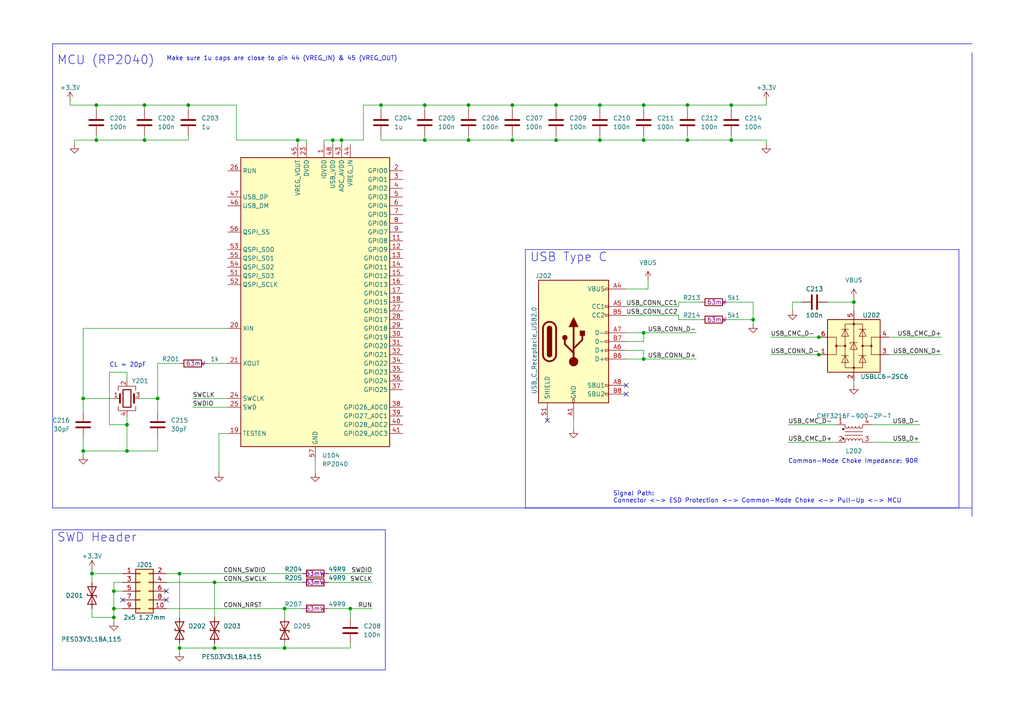
<source format=kicad_sch>
(kicad_sch (version 20230121) (generator eeschema)

  (uuid 03ad0ae6-8c29-4500-8836-b4cda193c5c0)

  (paper "A4")

  (title_block
    (title "RP2040 Audio Board")
    (date "2023-05-01")
    (rev "0.1")
    (company "LP")
  )

  (lib_symbols
    (symbol "Connector:USB_C_Receptacle_USB2.0" (pin_names (offset 1.016)) (in_bom yes) (on_board yes)
      (property "Reference" "J" (at -10.16 19.05 0)
        (effects (font (size 1.27 1.27)) (justify left))
      )
      (property "Value" "USB_C_Receptacle_USB2.0" (at 19.05 19.05 0)
        (effects (font (size 1.27 1.27)) (justify right))
      )
      (property "Footprint" "" (at 3.81 0 0)
        (effects (font (size 1.27 1.27)) hide)
      )
      (property "Datasheet" "https://www.usb.org/sites/default/files/documents/usb_type-c.zip" (at 3.81 0 0)
        (effects (font (size 1.27 1.27)) hide)
      )
      (property "ki_keywords" "usb universal serial bus type-C USB2.0" (at 0 0 0)
        (effects (font (size 1.27 1.27)) hide)
      )
      (property "ki_description" "USB 2.0-only Type-C Receptacle connector" (at 0 0 0)
        (effects (font (size 1.27 1.27)) hide)
      )
      (property "ki_fp_filters" "USB*C*Receptacle*" (at 0 0 0)
        (effects (font (size 1.27 1.27)) hide)
      )
      (symbol "USB_C_Receptacle_USB2.0_0_0"
        (rectangle (start -0.254 -17.78) (end 0.254 -16.764)
          (stroke (width 0) (type default))
          (fill (type none))
        )
        (rectangle (start 10.16 -14.986) (end 9.144 -15.494)
          (stroke (width 0) (type default))
          (fill (type none))
        )
        (rectangle (start 10.16 -12.446) (end 9.144 -12.954)
          (stroke (width 0) (type default))
          (fill (type none))
        )
        (rectangle (start 10.16 -4.826) (end 9.144 -5.334)
          (stroke (width 0) (type default))
          (fill (type none))
        )
        (rectangle (start 10.16 -2.286) (end 9.144 -2.794)
          (stroke (width 0) (type default))
          (fill (type none))
        )
        (rectangle (start 10.16 0.254) (end 9.144 -0.254)
          (stroke (width 0) (type default))
          (fill (type none))
        )
        (rectangle (start 10.16 2.794) (end 9.144 2.286)
          (stroke (width 0) (type default))
          (fill (type none))
        )
        (rectangle (start 10.16 7.874) (end 9.144 7.366)
          (stroke (width 0) (type default))
          (fill (type none))
        )
        (rectangle (start 10.16 10.414) (end 9.144 9.906)
          (stroke (width 0) (type default))
          (fill (type none))
        )
        (rectangle (start 10.16 15.494) (end 9.144 14.986)
          (stroke (width 0) (type default))
          (fill (type none))
        )
      )
      (symbol "USB_C_Receptacle_USB2.0_0_1"
        (rectangle (start -10.16 17.78) (end 10.16 -17.78)
          (stroke (width 0.254) (type default))
          (fill (type background))
        )
        (arc (start -8.89 -3.81) (mid -6.985 -5.7067) (end -5.08 -3.81)
          (stroke (width 0.508) (type default))
          (fill (type none))
        )
        (arc (start -7.62 -3.81) (mid -6.985 -4.4423) (end -6.35 -3.81)
          (stroke (width 0.254) (type default))
          (fill (type none))
        )
        (arc (start -7.62 -3.81) (mid -6.985 -4.4423) (end -6.35 -3.81)
          (stroke (width 0.254) (type default))
          (fill (type outline))
        )
        (rectangle (start -7.62 -3.81) (end -6.35 3.81)
          (stroke (width 0.254) (type default))
          (fill (type outline))
        )
        (arc (start -6.35 3.81) (mid -6.985 4.4423) (end -7.62 3.81)
          (stroke (width 0.254) (type default))
          (fill (type none))
        )
        (arc (start -6.35 3.81) (mid -6.985 4.4423) (end -7.62 3.81)
          (stroke (width 0.254) (type default))
          (fill (type outline))
        )
        (arc (start -5.08 3.81) (mid -6.985 5.7067) (end -8.89 3.81)
          (stroke (width 0.508) (type default))
          (fill (type none))
        )
        (circle (center -2.54 1.143) (radius 0.635)
          (stroke (width 0.254) (type default))
          (fill (type outline))
        )
        (circle (center 0 -5.842) (radius 1.27)
          (stroke (width 0) (type default))
          (fill (type outline))
        )
        (polyline
          (pts
            (xy -8.89 -3.81)
            (xy -8.89 3.81)
          )
          (stroke (width 0.508) (type default))
          (fill (type none))
        )
        (polyline
          (pts
            (xy -5.08 3.81)
            (xy -5.08 -3.81)
          )
          (stroke (width 0.508) (type default))
          (fill (type none))
        )
        (polyline
          (pts
            (xy 0 -5.842)
            (xy 0 4.318)
          )
          (stroke (width 0.508) (type default))
          (fill (type none))
        )
        (polyline
          (pts
            (xy 0 -3.302)
            (xy -2.54 -0.762)
            (xy -2.54 0.508)
          )
          (stroke (width 0.508) (type default))
          (fill (type none))
        )
        (polyline
          (pts
            (xy 0 -2.032)
            (xy 2.54 0.508)
            (xy 2.54 1.778)
          )
          (stroke (width 0.508) (type default))
          (fill (type none))
        )
        (polyline
          (pts
            (xy -1.27 4.318)
            (xy 0 6.858)
            (xy 1.27 4.318)
            (xy -1.27 4.318)
          )
          (stroke (width 0.254) (type default))
          (fill (type outline))
        )
        (rectangle (start 1.905 1.778) (end 3.175 3.048)
          (stroke (width 0.254) (type default))
          (fill (type outline))
        )
      )
      (symbol "USB_C_Receptacle_USB2.0_1_1"
        (pin passive line (at 0 -22.86 90) (length 5.08)
          (name "GND" (effects (font (size 1.27 1.27))))
          (number "A1" (effects (font (size 1.27 1.27))))
        )
        (pin passive line (at 0 -22.86 90) (length 5.08) hide
          (name "GND" (effects (font (size 1.27 1.27))))
          (number "A12" (effects (font (size 1.27 1.27))))
        )
        (pin passive line (at 15.24 15.24 180) (length 5.08)
          (name "VBUS" (effects (font (size 1.27 1.27))))
          (number "A4" (effects (font (size 1.27 1.27))))
        )
        (pin bidirectional line (at 15.24 10.16 180) (length 5.08)
          (name "CC1" (effects (font (size 1.27 1.27))))
          (number "A5" (effects (font (size 1.27 1.27))))
        )
        (pin bidirectional line (at 15.24 -2.54 180) (length 5.08)
          (name "D+" (effects (font (size 1.27 1.27))))
          (number "A6" (effects (font (size 1.27 1.27))))
        )
        (pin bidirectional line (at 15.24 2.54 180) (length 5.08)
          (name "D-" (effects (font (size 1.27 1.27))))
          (number "A7" (effects (font (size 1.27 1.27))))
        )
        (pin bidirectional line (at 15.24 -12.7 180) (length 5.08)
          (name "SBU1" (effects (font (size 1.27 1.27))))
          (number "A8" (effects (font (size 1.27 1.27))))
        )
        (pin passive line (at 15.24 15.24 180) (length 5.08) hide
          (name "VBUS" (effects (font (size 1.27 1.27))))
          (number "A9" (effects (font (size 1.27 1.27))))
        )
        (pin passive line (at 0 -22.86 90) (length 5.08) hide
          (name "GND" (effects (font (size 1.27 1.27))))
          (number "B1" (effects (font (size 1.27 1.27))))
        )
        (pin passive line (at 0 -22.86 90) (length 5.08) hide
          (name "GND" (effects (font (size 1.27 1.27))))
          (number "B12" (effects (font (size 1.27 1.27))))
        )
        (pin passive line (at 15.24 15.24 180) (length 5.08) hide
          (name "VBUS" (effects (font (size 1.27 1.27))))
          (number "B4" (effects (font (size 1.27 1.27))))
        )
        (pin bidirectional line (at 15.24 7.62 180) (length 5.08)
          (name "CC2" (effects (font (size 1.27 1.27))))
          (number "B5" (effects (font (size 1.27 1.27))))
        )
        (pin bidirectional line (at 15.24 -5.08 180) (length 5.08)
          (name "D+" (effects (font (size 1.27 1.27))))
          (number "B6" (effects (font (size 1.27 1.27))))
        )
        (pin bidirectional line (at 15.24 0 180) (length 5.08)
          (name "D-" (effects (font (size 1.27 1.27))))
          (number "B7" (effects (font (size 1.27 1.27))))
        )
        (pin bidirectional line (at 15.24 -15.24 180) (length 5.08)
          (name "SBU2" (effects (font (size 1.27 1.27))))
          (number "B8" (effects (font (size 1.27 1.27))))
        )
        (pin passive line (at 15.24 15.24 180) (length 5.08) hide
          (name "VBUS" (effects (font (size 1.27 1.27))))
          (number "B9" (effects (font (size 1.27 1.27))))
        )
        (pin passive line (at -7.62 -22.86 90) (length 5.08)
          (name "SHIELD" (effects (font (size 1.27 1.27))))
          (number "S1" (effects (font (size 1.27 1.27))))
        )
      )
    )
    (symbol "Connector_Generic:Conn_02x05_Odd_Even" (pin_names (offset 1.016) hide) (in_bom yes) (on_board yes)
      (property "Reference" "J" (at 1.27 7.62 0)
        (effects (font (size 1.27 1.27)))
      )
      (property "Value" "Conn_02x05_Odd_Even" (at 1.27 -7.62 0)
        (effects (font (size 1.27 1.27)))
      )
      (property "Footprint" "" (at 0 0 0)
        (effects (font (size 1.27 1.27)) hide)
      )
      (property "Datasheet" "~" (at 0 0 0)
        (effects (font (size 1.27 1.27)) hide)
      )
      (property "ki_keywords" "connector" (at 0 0 0)
        (effects (font (size 1.27 1.27)) hide)
      )
      (property "ki_description" "Generic connector, double row, 02x05, odd/even pin numbering scheme (row 1 odd numbers, row 2 even numbers), script generated (kicad-library-utils/schlib/autogen/connector/)" (at 0 0 0)
        (effects (font (size 1.27 1.27)) hide)
      )
      (property "ki_fp_filters" "Connector*:*_2x??_*" (at 0 0 0)
        (effects (font (size 1.27 1.27)) hide)
      )
      (symbol "Conn_02x05_Odd_Even_1_1"
        (rectangle (start -1.27 -4.953) (end 0 -5.207)
          (stroke (width 0.1524) (type default))
          (fill (type none))
        )
        (rectangle (start -1.27 -2.413) (end 0 -2.667)
          (stroke (width 0.1524) (type default))
          (fill (type none))
        )
        (rectangle (start -1.27 0.127) (end 0 -0.127)
          (stroke (width 0.1524) (type default))
          (fill (type none))
        )
        (rectangle (start -1.27 2.667) (end 0 2.413)
          (stroke (width 0.1524) (type default))
          (fill (type none))
        )
        (rectangle (start -1.27 5.207) (end 0 4.953)
          (stroke (width 0.1524) (type default))
          (fill (type none))
        )
        (rectangle (start -1.27 6.35) (end 3.81 -6.35)
          (stroke (width 0.254) (type default))
          (fill (type background))
        )
        (rectangle (start 3.81 -4.953) (end 2.54 -5.207)
          (stroke (width 0.1524) (type default))
          (fill (type none))
        )
        (rectangle (start 3.81 -2.413) (end 2.54 -2.667)
          (stroke (width 0.1524) (type default))
          (fill (type none))
        )
        (rectangle (start 3.81 0.127) (end 2.54 -0.127)
          (stroke (width 0.1524) (type default))
          (fill (type none))
        )
        (rectangle (start 3.81 2.667) (end 2.54 2.413)
          (stroke (width 0.1524) (type default))
          (fill (type none))
        )
        (rectangle (start 3.81 5.207) (end 2.54 4.953)
          (stroke (width 0.1524) (type default))
          (fill (type none))
        )
        (pin passive line (at -5.08 5.08 0) (length 3.81)
          (name "Pin_1" (effects (font (size 1.27 1.27))))
          (number "1" (effects (font (size 1.27 1.27))))
        )
        (pin passive line (at 7.62 -5.08 180) (length 3.81)
          (name "Pin_10" (effects (font (size 1.27 1.27))))
          (number "10" (effects (font (size 1.27 1.27))))
        )
        (pin passive line (at 7.62 5.08 180) (length 3.81)
          (name "Pin_2" (effects (font (size 1.27 1.27))))
          (number "2" (effects (font (size 1.27 1.27))))
        )
        (pin passive line (at -5.08 2.54 0) (length 3.81)
          (name "Pin_3" (effects (font (size 1.27 1.27))))
          (number "3" (effects (font (size 1.27 1.27))))
        )
        (pin passive line (at 7.62 2.54 180) (length 3.81)
          (name "Pin_4" (effects (font (size 1.27 1.27))))
          (number "4" (effects (font (size 1.27 1.27))))
        )
        (pin passive line (at -5.08 0 0) (length 3.81)
          (name "Pin_5" (effects (font (size 1.27 1.27))))
          (number "5" (effects (font (size 1.27 1.27))))
        )
        (pin passive line (at 7.62 0 180) (length 3.81)
          (name "Pin_6" (effects (font (size 1.27 1.27))))
          (number "6" (effects (font (size 1.27 1.27))))
        )
        (pin passive line (at -5.08 -2.54 0) (length 3.81)
          (name "Pin_7" (effects (font (size 1.27 1.27))))
          (number "7" (effects (font (size 1.27 1.27))))
        )
        (pin passive line (at 7.62 -2.54 180) (length 3.81)
          (name "Pin_8" (effects (font (size 1.27 1.27))))
          (number "8" (effects (font (size 1.27 1.27))))
        )
        (pin passive line (at -5.08 -5.08 0) (length 3.81)
          (name "Pin_9" (effects (font (size 1.27 1.27))))
          (number "9" (effects (font (size 1.27 1.27))))
        )
      )
    )
    (symbol "Device:C" (pin_numbers hide) (pin_names (offset 0.254)) (in_bom yes) (on_board yes)
      (property "Reference" "C" (at 0.635 2.54 0)
        (effects (font (size 1.27 1.27)) (justify left))
      )
      (property "Value" "C" (at 0.635 -2.54 0)
        (effects (font (size 1.27 1.27)) (justify left))
      )
      (property "Footprint" "" (at 0.9652 -3.81 0)
        (effects (font (size 1.27 1.27)) hide)
      )
      (property "Datasheet" "~" (at 0 0 0)
        (effects (font (size 1.27 1.27)) hide)
      )
      (property "ki_keywords" "cap capacitor" (at 0 0 0)
        (effects (font (size 1.27 1.27)) hide)
      )
      (property "ki_description" "Unpolarized capacitor" (at 0 0 0)
        (effects (font (size 1.27 1.27)) hide)
      )
      (property "ki_fp_filters" "C_*" (at 0 0 0)
        (effects (font (size 1.27 1.27)) hide)
      )
      (symbol "C_0_1"
        (polyline
          (pts
            (xy -2.032 -0.762)
            (xy 2.032 -0.762)
          )
          (stroke (width 0.508) (type default))
          (fill (type none))
        )
        (polyline
          (pts
            (xy -2.032 0.762)
            (xy 2.032 0.762)
          )
          (stroke (width 0.508) (type default))
          (fill (type none))
        )
      )
      (symbol "C_1_1"
        (pin passive line (at 0 3.81 270) (length 2.794)
          (name "~" (effects (font (size 1.27 1.27))))
          (number "1" (effects (font (size 1.27 1.27))))
        )
        (pin passive line (at 0 -3.81 90) (length 2.794)
          (name "~" (effects (font (size 1.27 1.27))))
          (number "2" (effects (font (size 1.27 1.27))))
        )
      )
    )
    (symbol "Device:Crystal_GND24" (pin_names (offset 1.016) hide) (in_bom yes) (on_board yes)
      (property "Reference" "Y" (at 3.175 5.08 0)
        (effects (font (size 1.27 1.27)) (justify left))
      )
      (property "Value" "Crystal_GND24" (at 3.175 3.175 0)
        (effects (font (size 1.27 1.27)) (justify left))
      )
      (property "Footprint" "" (at 0 0 0)
        (effects (font (size 1.27 1.27)) hide)
      )
      (property "Datasheet" "~" (at 0 0 0)
        (effects (font (size 1.27 1.27)) hide)
      )
      (property "ki_keywords" "quartz ceramic resonator oscillator" (at 0 0 0)
        (effects (font (size 1.27 1.27)) hide)
      )
      (property "ki_description" "Four pin crystal, GND on pins 2 and 4" (at 0 0 0)
        (effects (font (size 1.27 1.27)) hide)
      )
      (property "ki_fp_filters" "Crystal*" (at 0 0 0)
        (effects (font (size 1.27 1.27)) hide)
      )
      (symbol "Crystal_GND24_0_1"
        (rectangle (start -1.143 2.54) (end 1.143 -2.54)
          (stroke (width 0.3048) (type default))
          (fill (type none))
        )
        (polyline
          (pts
            (xy -2.54 0)
            (xy -2.032 0)
          )
          (stroke (width 0) (type default))
          (fill (type none))
        )
        (polyline
          (pts
            (xy -2.032 -1.27)
            (xy -2.032 1.27)
          )
          (stroke (width 0.508) (type default))
          (fill (type none))
        )
        (polyline
          (pts
            (xy 0 -3.81)
            (xy 0 -3.556)
          )
          (stroke (width 0) (type default))
          (fill (type none))
        )
        (polyline
          (pts
            (xy 0 3.556)
            (xy 0 3.81)
          )
          (stroke (width 0) (type default))
          (fill (type none))
        )
        (polyline
          (pts
            (xy 2.032 -1.27)
            (xy 2.032 1.27)
          )
          (stroke (width 0.508) (type default))
          (fill (type none))
        )
        (polyline
          (pts
            (xy 2.032 0)
            (xy 2.54 0)
          )
          (stroke (width 0) (type default))
          (fill (type none))
        )
        (polyline
          (pts
            (xy -2.54 -2.286)
            (xy -2.54 -3.556)
            (xy 2.54 -3.556)
            (xy 2.54 -2.286)
          )
          (stroke (width 0) (type default))
          (fill (type none))
        )
        (polyline
          (pts
            (xy -2.54 2.286)
            (xy -2.54 3.556)
            (xy 2.54 3.556)
            (xy 2.54 2.286)
          )
          (stroke (width 0) (type default))
          (fill (type none))
        )
      )
      (symbol "Crystal_GND24_1_1"
        (pin passive line (at -3.81 0 0) (length 1.27)
          (name "1" (effects (font (size 1.27 1.27))))
          (number "1" (effects (font (size 1.27 1.27))))
        )
        (pin passive line (at 0 5.08 270) (length 1.27)
          (name "2" (effects (font (size 1.27 1.27))))
          (number "2" (effects (font (size 1.27 1.27))))
        )
        (pin passive line (at 3.81 0 180) (length 1.27)
          (name "3" (effects (font (size 1.27 1.27))))
          (number "3" (effects (font (size 1.27 1.27))))
        )
        (pin passive line (at 0 -5.08 90) (length 1.27)
          (name "4" (effects (font (size 1.27 1.27))))
          (number "4" (effects (font (size 1.27 1.27))))
        )
      )
    )
    (symbol "Device:D_TVS" (pin_numbers hide) (pin_names (offset 1.016) hide) (in_bom yes) (on_board yes)
      (property "Reference" "D" (at 0 2.54 0)
        (effects (font (size 1.27 1.27)))
      )
      (property "Value" "D_TVS" (at 0 -2.54 0)
        (effects (font (size 1.27 1.27)))
      )
      (property "Footprint" "" (at 0 0 0)
        (effects (font (size 1.27 1.27)) hide)
      )
      (property "Datasheet" "~" (at 0 0 0)
        (effects (font (size 1.27 1.27)) hide)
      )
      (property "ki_keywords" "diode TVS thyrector" (at 0 0 0)
        (effects (font (size 1.27 1.27)) hide)
      )
      (property "ki_description" "Bidirectional transient-voltage-suppression diode" (at 0 0 0)
        (effects (font (size 1.27 1.27)) hide)
      )
      (property "ki_fp_filters" "TO-???* *_Diode_* *SingleDiode* D_*" (at 0 0 0)
        (effects (font (size 1.27 1.27)) hide)
      )
      (symbol "D_TVS_0_1"
        (polyline
          (pts
            (xy 1.27 0)
            (xy -1.27 0)
          )
          (stroke (width 0) (type default))
          (fill (type none))
        )
        (polyline
          (pts
            (xy 0.508 1.27)
            (xy 0 1.27)
            (xy 0 -1.27)
            (xy -0.508 -1.27)
          )
          (stroke (width 0.254) (type default))
          (fill (type none))
        )
        (polyline
          (pts
            (xy -2.54 1.27)
            (xy -2.54 -1.27)
            (xy 2.54 1.27)
            (xy 2.54 -1.27)
            (xy -2.54 1.27)
          )
          (stroke (width 0.254) (type default))
          (fill (type none))
        )
      )
      (symbol "D_TVS_1_1"
        (pin passive line (at -3.81 0 0) (length 2.54)
          (name "A1" (effects (font (size 1.27 1.27))))
          (number "1" (effects (font (size 1.27 1.27))))
        )
        (pin passive line (at 3.81 0 180) (length 2.54)
          (name "A2" (effects (font (size 1.27 1.27))))
          (number "2" (effects (font (size 1.27 1.27))))
        )
      )
    )
    (symbol "Device:Filter_EMI_LL_1423" (pin_names hide) (in_bom yes) (on_board yes)
      (property "Reference" "FL" (at 0 4.445 0)
        (effects (font (size 1.27 1.27)))
      )
      (property "Value" "Filter_EMI_LL_1423" (at 0 -4.445 0)
        (effects (font (size 1.27 1.27)))
      )
      (property "Footprint" "" (at 0 -6.35 0)
        (effects (font (size 1.27 1.27)) hide)
      )
      (property "Datasheet" "~" (at 0 1.016 90)
        (effects (font (size 1.27 1.27)) hide)
      )
      (property "ki_keywords" "EMI filter common-mode choke" (at 0 0 0)
        (effects (font (size 1.27 1.27)) hide)
      )
      (property "ki_description" "EMI 2-inductor filter, pin-connections 1-4 and 2-3" (at 0 0 0)
        (effects (font (size 1.27 1.27)) hide)
      )
      (property "ki_fp_filters" "Bourns*SRF0905*" (at 0 0 0)
        (effects (font (size 1.27 1.27)) hide)
      )
      (symbol "Filter_EMI_LL_1423_0_1"
        (circle (center -3.048 -1.27) (radius 0.254)
          (stroke (width 0) (type default))
          (fill (type outline))
        )
        (circle (center -3.048 1.524) (radius 0.254)
          (stroke (width 0) (type default))
          (fill (type outline))
        )
        (arc (start -2.54 2.032) (mid -2.032 1.5262) (end -1.524 2.032)
          (stroke (width 0) (type default))
          (fill (type none))
        )
        (arc (start -1.524 -2.032) (mid -2.032 -1.5262) (end -2.54 -2.032)
          (stroke (width 0) (type default))
          (fill (type none))
        )
        (arc (start -1.524 2.032) (mid -1.016 1.5262) (end -0.508 2.032)
          (stroke (width 0) (type default))
          (fill (type none))
        )
        (arc (start -0.508 -2.032) (mid -1.016 -1.5262) (end -1.524 -2.032)
          (stroke (width 0) (type default))
          (fill (type none))
        )
        (arc (start -0.508 2.032) (mid 0 1.5262) (end 0.508 2.032)
          (stroke (width 0) (type default))
          (fill (type none))
        )
        (polyline
          (pts
            (xy -2.54 -2.032)
            (xy -2.54 -2.54)
          )
          (stroke (width 0) (type default))
          (fill (type none))
        )
        (polyline
          (pts
            (xy -2.54 0.508)
            (xy 2.54 0.508)
          )
          (stroke (width 0) (type default))
          (fill (type none))
        )
        (polyline
          (pts
            (xy -2.54 2.032)
            (xy -2.54 2.54)
          )
          (stroke (width 0) (type default))
          (fill (type none))
        )
        (polyline
          (pts
            (xy 2.54 -2.032)
            (xy 2.54 -2.54)
          )
          (stroke (width 0) (type default))
          (fill (type none))
        )
        (polyline
          (pts
            (xy 2.54 -0.508)
            (xy -2.54 -0.508)
          )
          (stroke (width 0) (type default))
          (fill (type none))
        )
        (polyline
          (pts
            (xy 2.54 2.54)
            (xy 2.54 2.032)
          )
          (stroke (width 0) (type default))
          (fill (type none))
        )
        (arc (start 0.508 -2.032) (mid 0 -1.5262) (end -0.508 -2.032)
          (stroke (width 0) (type default))
          (fill (type none))
        )
        (arc (start 0.508 2.032) (mid 1.016 1.5262) (end 1.524 2.032)
          (stroke (width 0) (type default))
          (fill (type none))
        )
        (arc (start 1.524 -2.032) (mid 1.016 -1.5262) (end 0.508 -2.032)
          (stroke (width 0) (type default))
          (fill (type none))
        )
        (arc (start 1.524 2.032) (mid 2.032 1.5262) (end 2.54 2.032)
          (stroke (width 0) (type default))
          (fill (type none))
        )
        (arc (start 2.54 -2.032) (mid 2.032 -1.5262) (end 1.524 -2.032)
          (stroke (width 0) (type default))
          (fill (type none))
        )
      )
      (symbol "Filter_EMI_LL_1423_1_1"
        (pin passive line (at -5.08 -2.54 0) (length 2.54)
          (name "1" (effects (font (size 1.27 1.27))))
          (number "1" (effects (font (size 1.27 1.27))))
        )
        (pin passive line (at -5.08 2.54 0) (length 2.54)
          (name "2" (effects (font (size 1.27 1.27))))
          (number "2" (effects (font (size 1.27 1.27))))
        )
        (pin passive line (at 5.08 2.54 180) (length 2.54)
          (name "3" (effects (font (size 1.27 1.27))))
          (number "3" (effects (font (size 1.27 1.27))))
        )
        (pin passive line (at 5.08 -2.54 180) (length 2.54)
          (name "4" (effects (font (size 1.27 1.27))))
          (number "4" (effects (font (size 1.27 1.27))))
        )
      )
    )
    (symbol "Device:R" (pin_numbers hide) (pin_names (offset 0)) (in_bom yes) (on_board yes)
      (property "Reference" "R" (at 2.032 0 90)
        (effects (font (size 1.27 1.27)))
      )
      (property "Value" "R" (at 0 0 90)
        (effects (font (size 1.27 1.27)))
      )
      (property "Footprint" "" (at -1.778 0 90)
        (effects (font (size 1.27 1.27)) hide)
      )
      (property "Datasheet" "~" (at 0 0 0)
        (effects (font (size 1.27 1.27)) hide)
      )
      (property "ki_keywords" "R res resistor" (at 0 0 0)
        (effects (font (size 1.27 1.27)) hide)
      )
      (property "ki_description" "Resistor" (at 0 0 0)
        (effects (font (size 1.27 1.27)) hide)
      )
      (property "ki_fp_filters" "R_*" (at 0 0 0)
        (effects (font (size 1.27 1.27)) hide)
      )
      (symbol "R_0_1"
        (rectangle (start -1.016 -2.54) (end 1.016 2.54)
          (stroke (width 0.254) (type default))
          (fill (type none))
        )
      )
      (symbol "R_1_1"
        (pin passive line (at 0 3.81 270) (length 1.27)
          (name "~" (effects (font (size 1.27 1.27))))
          (number "1" (effects (font (size 1.27 1.27))))
        )
        (pin passive line (at 0 -3.81 90) (length 1.27)
          (name "~" (effects (font (size 1.27 1.27))))
          (number "2" (effects (font (size 1.27 1.27))))
        )
      )
    )
    (symbol "MCU_RaspberryPi:RP2040" (in_bom yes) (on_board yes)
      (property "Reference" "U" (at 17.78 45.72 0)
        (effects (font (size 1.27 1.27)))
      )
      (property "Value" "RP2040" (at 17.78 43.18 0)
        (effects (font (size 1.27 1.27)))
      )
      (property "Footprint" "Package_DFN_QFN:QFN-56-1EP_7x7mm_P0.4mm_EP3.2x3.2mm" (at 0 0 0)
        (effects (font (size 1.27 1.27)) hide)
      )
      (property "Datasheet" "https://datasheets.raspberrypi.com/rp2040/rp2040-datasheet.pdf" (at 0 0 0)
        (effects (font (size 1.27 1.27)) hide)
      )
      (property "ki_keywords" "RP2040 ARM Cortex-M0+ USB" (at 0 0 0)
        (effects (font (size 1.27 1.27)) hide)
      )
      (property "ki_description" "A microcontroller by Raspberry Pi" (at 0 0 0)
        (effects (font (size 1.27 1.27)) hide)
      )
      (property "ki_fp_filters" "QFN*1EP*7x7mm?P0.4mm*" (at 0 0 0)
        (effects (font (size 1.27 1.27)) hide)
      )
      (symbol "RP2040_0_1"
        (rectangle (start -21.59 41.91) (end 21.59 -41.91)
          (stroke (width 0.254) (type default))
          (fill (type background))
        )
      )
      (symbol "RP2040_1_1"
        (pin power_in line (at 2.54 45.72 270) (length 3.81)
          (name "IOVDD" (effects (font (size 1.27 1.27))))
          (number "1" (effects (font (size 1.27 1.27))))
        )
        (pin passive line (at 2.54 45.72 270) (length 3.81) hide
          (name "IOVDD" (effects (font (size 1.27 1.27))))
          (number "10" (effects (font (size 1.27 1.27))))
        )
        (pin bidirectional line (at 25.4 17.78 180) (length 3.81)
          (name "GPIO8" (effects (font (size 1.27 1.27))))
          (number "11" (effects (font (size 1.27 1.27))))
        )
        (pin bidirectional line (at 25.4 15.24 180) (length 3.81)
          (name "GPIO9" (effects (font (size 1.27 1.27))))
          (number "12" (effects (font (size 1.27 1.27))))
        )
        (pin bidirectional line (at 25.4 12.7 180) (length 3.81)
          (name "GPIO10" (effects (font (size 1.27 1.27))))
          (number "13" (effects (font (size 1.27 1.27))))
        )
        (pin bidirectional line (at 25.4 10.16 180) (length 3.81)
          (name "GPIO11" (effects (font (size 1.27 1.27))))
          (number "14" (effects (font (size 1.27 1.27))))
        )
        (pin bidirectional line (at 25.4 7.62 180) (length 3.81)
          (name "GPIO12" (effects (font (size 1.27 1.27))))
          (number "15" (effects (font (size 1.27 1.27))))
        )
        (pin bidirectional line (at 25.4 5.08 180) (length 3.81)
          (name "GPIO13" (effects (font (size 1.27 1.27))))
          (number "16" (effects (font (size 1.27 1.27))))
        )
        (pin bidirectional line (at 25.4 2.54 180) (length 3.81)
          (name "GPIO14" (effects (font (size 1.27 1.27))))
          (number "17" (effects (font (size 1.27 1.27))))
        )
        (pin bidirectional line (at 25.4 0 180) (length 3.81)
          (name "GPIO15" (effects (font (size 1.27 1.27))))
          (number "18" (effects (font (size 1.27 1.27))))
        )
        (pin input line (at -25.4 -38.1 0) (length 3.81)
          (name "TESTEN" (effects (font (size 1.27 1.27))))
          (number "19" (effects (font (size 1.27 1.27))))
        )
        (pin bidirectional line (at 25.4 38.1 180) (length 3.81)
          (name "GPIO0" (effects (font (size 1.27 1.27))))
          (number "2" (effects (font (size 1.27 1.27))))
        )
        (pin input line (at -25.4 -7.62 0) (length 3.81)
          (name "XIN" (effects (font (size 1.27 1.27))))
          (number "20" (effects (font (size 1.27 1.27))))
        )
        (pin passive line (at -25.4 -17.78 0) (length 3.81)
          (name "XOUT" (effects (font (size 1.27 1.27))))
          (number "21" (effects (font (size 1.27 1.27))))
        )
        (pin passive line (at 2.54 45.72 270) (length 3.81) hide
          (name "IOVDD" (effects (font (size 1.27 1.27))))
          (number "22" (effects (font (size 1.27 1.27))))
        )
        (pin power_in line (at -2.54 45.72 270) (length 3.81)
          (name "DVDD" (effects (font (size 1.27 1.27))))
          (number "23" (effects (font (size 1.27 1.27))))
        )
        (pin output line (at -25.4 -27.94 0) (length 3.81)
          (name "SWCLK" (effects (font (size 1.27 1.27))))
          (number "24" (effects (font (size 1.27 1.27))))
        )
        (pin bidirectional line (at -25.4 -30.48 0) (length 3.81)
          (name "SWD" (effects (font (size 1.27 1.27))))
          (number "25" (effects (font (size 1.27 1.27))))
        )
        (pin input line (at -25.4 38.1 0) (length 3.81)
          (name "RUN" (effects (font (size 1.27 1.27))))
          (number "26" (effects (font (size 1.27 1.27))))
        )
        (pin bidirectional line (at 25.4 -2.54 180) (length 3.81)
          (name "GPIO16" (effects (font (size 1.27 1.27))))
          (number "27" (effects (font (size 1.27 1.27))))
        )
        (pin bidirectional line (at 25.4 -5.08 180) (length 3.81)
          (name "GPIO17" (effects (font (size 1.27 1.27))))
          (number "28" (effects (font (size 1.27 1.27))))
        )
        (pin bidirectional line (at 25.4 -7.62 180) (length 3.81)
          (name "GPIO18" (effects (font (size 1.27 1.27))))
          (number "29" (effects (font (size 1.27 1.27))))
        )
        (pin bidirectional line (at 25.4 35.56 180) (length 3.81)
          (name "GPIO1" (effects (font (size 1.27 1.27))))
          (number "3" (effects (font (size 1.27 1.27))))
        )
        (pin bidirectional line (at 25.4 -10.16 180) (length 3.81)
          (name "GPIO19" (effects (font (size 1.27 1.27))))
          (number "30" (effects (font (size 1.27 1.27))))
        )
        (pin bidirectional line (at 25.4 -12.7 180) (length 3.81)
          (name "GPIO20" (effects (font (size 1.27 1.27))))
          (number "31" (effects (font (size 1.27 1.27))))
        )
        (pin bidirectional line (at 25.4 -15.24 180) (length 3.81)
          (name "GPIO21" (effects (font (size 1.27 1.27))))
          (number "32" (effects (font (size 1.27 1.27))))
        )
        (pin passive line (at 2.54 45.72 270) (length 3.81) hide
          (name "IOVDD" (effects (font (size 1.27 1.27))))
          (number "33" (effects (font (size 1.27 1.27))))
        )
        (pin bidirectional line (at 25.4 -17.78 180) (length 3.81)
          (name "GPIO22" (effects (font (size 1.27 1.27))))
          (number "34" (effects (font (size 1.27 1.27))))
        )
        (pin bidirectional line (at 25.4 -20.32 180) (length 3.81)
          (name "GPIO23" (effects (font (size 1.27 1.27))))
          (number "35" (effects (font (size 1.27 1.27))))
        )
        (pin bidirectional line (at 25.4 -22.86 180) (length 3.81)
          (name "GPIO24" (effects (font (size 1.27 1.27))))
          (number "36" (effects (font (size 1.27 1.27))))
        )
        (pin bidirectional line (at 25.4 -25.4 180) (length 3.81)
          (name "GPIO25" (effects (font (size 1.27 1.27))))
          (number "37" (effects (font (size 1.27 1.27))))
        )
        (pin bidirectional line (at 25.4 -30.48 180) (length 3.81)
          (name "GPIO26_ADC0" (effects (font (size 1.27 1.27))))
          (number "38" (effects (font (size 1.27 1.27))))
        )
        (pin bidirectional line (at 25.4 -33.02 180) (length 3.81)
          (name "GPIO27_ADC1" (effects (font (size 1.27 1.27))))
          (number "39" (effects (font (size 1.27 1.27))))
        )
        (pin bidirectional line (at 25.4 33.02 180) (length 3.81)
          (name "GPIO2" (effects (font (size 1.27 1.27))))
          (number "4" (effects (font (size 1.27 1.27))))
        )
        (pin bidirectional line (at 25.4 -35.56 180) (length 3.81)
          (name "GPIO28_ADC2" (effects (font (size 1.27 1.27))))
          (number "40" (effects (font (size 1.27 1.27))))
        )
        (pin bidirectional line (at 25.4 -38.1 180) (length 3.81)
          (name "GPIO29_ADC3" (effects (font (size 1.27 1.27))))
          (number "41" (effects (font (size 1.27 1.27))))
        )
        (pin passive line (at 2.54 45.72 270) (length 3.81) hide
          (name "IOVDD" (effects (font (size 1.27 1.27))))
          (number "42" (effects (font (size 1.27 1.27))))
        )
        (pin power_in line (at 7.62 45.72 270) (length 3.81)
          (name "ADC_AVDD" (effects (font (size 1.27 1.27))))
          (number "43" (effects (font (size 1.27 1.27))))
        )
        (pin power_in line (at 10.16 45.72 270) (length 3.81)
          (name "VREG_IN" (effects (font (size 1.27 1.27))))
          (number "44" (effects (font (size 1.27 1.27))))
        )
        (pin power_out line (at -5.08 45.72 270) (length 3.81)
          (name "VREG_VOUT" (effects (font (size 1.27 1.27))))
          (number "45" (effects (font (size 1.27 1.27))))
        )
        (pin bidirectional line (at -25.4 27.94 0) (length 3.81)
          (name "USB_DM" (effects (font (size 1.27 1.27))))
          (number "46" (effects (font (size 1.27 1.27))))
        )
        (pin bidirectional line (at -25.4 30.48 0) (length 3.81)
          (name "USB_DP" (effects (font (size 1.27 1.27))))
          (number "47" (effects (font (size 1.27 1.27))))
        )
        (pin power_in line (at 5.08 45.72 270) (length 3.81)
          (name "USB_VDD" (effects (font (size 1.27 1.27))))
          (number "48" (effects (font (size 1.27 1.27))))
        )
        (pin passive line (at 2.54 45.72 270) (length 3.81) hide
          (name "IOVDD" (effects (font (size 1.27 1.27))))
          (number "49" (effects (font (size 1.27 1.27))))
        )
        (pin bidirectional line (at 25.4 30.48 180) (length 3.81)
          (name "GPIO3" (effects (font (size 1.27 1.27))))
          (number "5" (effects (font (size 1.27 1.27))))
        )
        (pin passive line (at -2.54 45.72 270) (length 3.81) hide
          (name "DVDD" (effects (font (size 1.27 1.27))))
          (number "50" (effects (font (size 1.27 1.27))))
        )
        (pin bidirectional line (at -25.4 7.62 0) (length 3.81)
          (name "QSPI_SD3" (effects (font (size 1.27 1.27))))
          (number "51" (effects (font (size 1.27 1.27))))
        )
        (pin output line (at -25.4 5.08 0) (length 3.81)
          (name "QSPI_SCLK" (effects (font (size 1.27 1.27))))
          (number "52" (effects (font (size 1.27 1.27))))
        )
        (pin bidirectional line (at -25.4 15.24 0) (length 3.81)
          (name "QSPI_SD0" (effects (font (size 1.27 1.27))))
          (number "53" (effects (font (size 1.27 1.27))))
        )
        (pin bidirectional line (at -25.4 10.16 0) (length 3.81)
          (name "QSPI_SD2" (effects (font (size 1.27 1.27))))
          (number "54" (effects (font (size 1.27 1.27))))
        )
        (pin bidirectional line (at -25.4 12.7 0) (length 3.81)
          (name "QSPI_SD1" (effects (font (size 1.27 1.27))))
          (number "55" (effects (font (size 1.27 1.27))))
        )
        (pin bidirectional line (at -25.4 20.32 0) (length 3.81)
          (name "QSPI_SS" (effects (font (size 1.27 1.27))))
          (number "56" (effects (font (size 1.27 1.27))))
        )
        (pin power_in line (at 0 -45.72 90) (length 3.81)
          (name "GND" (effects (font (size 1.27 1.27))))
          (number "57" (effects (font (size 1.27 1.27))))
        )
        (pin bidirectional line (at 25.4 27.94 180) (length 3.81)
          (name "GPIO4" (effects (font (size 1.27 1.27))))
          (number "6" (effects (font (size 1.27 1.27))))
        )
        (pin bidirectional line (at 25.4 25.4 180) (length 3.81)
          (name "GPIO5" (effects (font (size 1.27 1.27))))
          (number "7" (effects (font (size 1.27 1.27))))
        )
        (pin bidirectional line (at 25.4 22.86 180) (length 3.81)
          (name "GPIO6" (effects (font (size 1.27 1.27))))
          (number "8" (effects (font (size 1.27 1.27))))
        )
        (pin bidirectional line (at 25.4 20.32 180) (length 3.81)
          (name "GPIO7" (effects (font (size 1.27 1.27))))
          (number "9" (effects (font (size 1.27 1.27))))
        )
      )
    )
    (symbol "Power_Protection:USBLC6-2SC6" (pin_names hide) (in_bom yes) (on_board yes)
      (property "Reference" "U" (at 2.54 8.89 0)
        (effects (font (size 1.27 1.27)) (justify left))
      )
      (property "Value" "USBLC6-2SC6" (at 2.54 -8.89 0)
        (effects (font (size 1.27 1.27)) (justify left))
      )
      (property "Footprint" "Package_TO_SOT_SMD:SOT-23-6" (at 0 -12.7 0)
        (effects (font (size 1.27 1.27)) hide)
      )
      (property "Datasheet" "https://www.st.com/resource/en/datasheet/usblc6-2.pdf" (at 5.08 8.89 0)
        (effects (font (size 1.27 1.27)) hide)
      )
      (property "ki_keywords" "usb ethernet video" (at 0 0 0)
        (effects (font (size 1.27 1.27)) hide)
      )
      (property "ki_description" "Very low capacitance ESD protection diode, 2 data-line, SOT-23-6" (at 0 0 0)
        (effects (font (size 1.27 1.27)) hide)
      )
      (property "ki_fp_filters" "SOT?23*" (at 0 0 0)
        (effects (font (size 1.27 1.27)) hide)
      )
      (symbol "USBLC6-2SC6_0_1"
        (rectangle (start -7.62 -7.62) (end 7.62 7.62)
          (stroke (width 0.254) (type default))
          (fill (type background))
        )
        (circle (center -5.08 0) (radius 0.254)
          (stroke (width 0) (type default))
          (fill (type outline))
        )
        (circle (center -2.54 0) (radius 0.254)
          (stroke (width 0) (type default))
          (fill (type outline))
        )
        (rectangle (start -2.54 6.35) (end 2.54 -6.35)
          (stroke (width 0) (type default))
          (fill (type none))
        )
        (circle (center 0 -6.35) (radius 0.254)
          (stroke (width 0) (type default))
          (fill (type outline))
        )
        (polyline
          (pts
            (xy -5.08 -2.54)
            (xy -7.62 -2.54)
          )
          (stroke (width 0) (type default))
          (fill (type none))
        )
        (polyline
          (pts
            (xy -5.08 0)
            (xy -5.08 -2.54)
          )
          (stroke (width 0) (type default))
          (fill (type none))
        )
        (polyline
          (pts
            (xy -5.08 2.54)
            (xy -7.62 2.54)
          )
          (stroke (width 0) (type default))
          (fill (type none))
        )
        (polyline
          (pts
            (xy -1.524 -2.794)
            (xy -3.556 -2.794)
          )
          (stroke (width 0) (type default))
          (fill (type none))
        )
        (polyline
          (pts
            (xy -1.524 4.826)
            (xy -3.556 4.826)
          )
          (stroke (width 0) (type default))
          (fill (type none))
        )
        (polyline
          (pts
            (xy 0 -7.62)
            (xy 0 -6.35)
          )
          (stroke (width 0) (type default))
          (fill (type none))
        )
        (polyline
          (pts
            (xy 0 -6.35)
            (xy 0 1.27)
          )
          (stroke (width 0) (type default))
          (fill (type none))
        )
        (polyline
          (pts
            (xy 0 1.27)
            (xy 0 6.35)
          )
          (stroke (width 0) (type default))
          (fill (type none))
        )
        (polyline
          (pts
            (xy 0 6.35)
            (xy 0 7.62)
          )
          (stroke (width 0) (type default))
          (fill (type none))
        )
        (polyline
          (pts
            (xy 1.524 -2.794)
            (xy 3.556 -2.794)
          )
          (stroke (width 0) (type default))
          (fill (type none))
        )
        (polyline
          (pts
            (xy 1.524 4.826)
            (xy 3.556 4.826)
          )
          (stroke (width 0) (type default))
          (fill (type none))
        )
        (polyline
          (pts
            (xy 5.08 -2.54)
            (xy 7.62 -2.54)
          )
          (stroke (width 0) (type default))
          (fill (type none))
        )
        (polyline
          (pts
            (xy 5.08 0)
            (xy 5.08 -2.54)
          )
          (stroke (width 0) (type default))
          (fill (type none))
        )
        (polyline
          (pts
            (xy 5.08 2.54)
            (xy 7.62 2.54)
          )
          (stroke (width 0) (type default))
          (fill (type none))
        )
        (polyline
          (pts
            (xy -2.54 0)
            (xy -5.08 0)
            (xy -5.08 2.54)
          )
          (stroke (width 0) (type default))
          (fill (type none))
        )
        (polyline
          (pts
            (xy 2.54 0)
            (xy 5.08 0)
            (xy 5.08 2.54)
          )
          (stroke (width 0) (type default))
          (fill (type none))
        )
        (polyline
          (pts
            (xy -3.556 -4.826)
            (xy -1.524 -4.826)
            (xy -2.54 -2.794)
            (xy -3.556 -4.826)
          )
          (stroke (width 0) (type default))
          (fill (type none))
        )
        (polyline
          (pts
            (xy -3.556 2.794)
            (xy -1.524 2.794)
            (xy -2.54 4.826)
            (xy -3.556 2.794)
          )
          (stroke (width 0) (type default))
          (fill (type none))
        )
        (polyline
          (pts
            (xy -1.016 -1.016)
            (xy 1.016 -1.016)
            (xy 0 1.016)
            (xy -1.016 -1.016)
          )
          (stroke (width 0) (type default))
          (fill (type none))
        )
        (polyline
          (pts
            (xy 1.016 1.016)
            (xy 0.762 1.016)
            (xy -1.016 1.016)
            (xy -1.016 0.508)
          )
          (stroke (width 0) (type default))
          (fill (type none))
        )
        (polyline
          (pts
            (xy 3.556 -4.826)
            (xy 1.524 -4.826)
            (xy 2.54 -2.794)
            (xy 3.556 -4.826)
          )
          (stroke (width 0) (type default))
          (fill (type none))
        )
        (polyline
          (pts
            (xy 3.556 2.794)
            (xy 1.524 2.794)
            (xy 2.54 4.826)
            (xy 3.556 2.794)
          )
          (stroke (width 0) (type default))
          (fill (type none))
        )
        (circle (center 0 6.35) (radius 0.254)
          (stroke (width 0) (type default))
          (fill (type outline))
        )
        (circle (center 2.54 0) (radius 0.254)
          (stroke (width 0) (type default))
          (fill (type outline))
        )
        (circle (center 5.08 0) (radius 0.254)
          (stroke (width 0) (type default))
          (fill (type outline))
        )
      )
      (symbol "USBLC6-2SC6_1_1"
        (pin passive line (at -10.16 -2.54 0) (length 2.54)
          (name "I/O1" (effects (font (size 1.27 1.27))))
          (number "1" (effects (font (size 1.27 1.27))))
        )
        (pin passive line (at 0 -10.16 90) (length 2.54)
          (name "GND" (effects (font (size 1.27 1.27))))
          (number "2" (effects (font (size 1.27 1.27))))
        )
        (pin passive line (at 10.16 -2.54 180) (length 2.54)
          (name "I/O2" (effects (font (size 1.27 1.27))))
          (number "3" (effects (font (size 1.27 1.27))))
        )
        (pin passive line (at 10.16 2.54 180) (length 2.54)
          (name "I/O2" (effects (font (size 1.27 1.27))))
          (number "4" (effects (font (size 1.27 1.27))))
        )
        (pin passive line (at 0 10.16 270) (length 2.54)
          (name "VBUS" (effects (font (size 1.27 1.27))))
          (number "5" (effects (font (size 1.27 1.27))))
        )
        (pin passive line (at -10.16 2.54 0) (length 2.54)
          (name "I/O1" (effects (font (size 1.27 1.27))))
          (number "6" (effects (font (size 1.27 1.27))))
        )
      )
    )
    (symbol "power:+3.3V" (power) (pin_names (offset 0)) (in_bom yes) (on_board yes)
      (property "Reference" "#PWR" (at 0 -3.81 0)
        (effects (font (size 1.27 1.27)) hide)
      )
      (property "Value" "+3.3V" (at 0 3.556 0)
        (effects (font (size 1.27 1.27)))
      )
      (property "Footprint" "" (at 0 0 0)
        (effects (font (size 1.27 1.27)) hide)
      )
      (property "Datasheet" "" (at 0 0 0)
        (effects (font (size 1.27 1.27)) hide)
      )
      (property "ki_keywords" "global power" (at 0 0 0)
        (effects (font (size 1.27 1.27)) hide)
      )
      (property "ki_description" "Power symbol creates a global label with name \"+3.3V\"" (at 0 0 0)
        (effects (font (size 1.27 1.27)) hide)
      )
      (symbol "+3.3V_0_1"
        (polyline
          (pts
            (xy -0.762 1.27)
            (xy 0 2.54)
          )
          (stroke (width 0) (type default))
          (fill (type none))
        )
        (polyline
          (pts
            (xy 0 0)
            (xy 0 2.54)
          )
          (stroke (width 0) (type default))
          (fill (type none))
        )
        (polyline
          (pts
            (xy 0 2.54)
            (xy 0.762 1.27)
          )
          (stroke (width 0) (type default))
          (fill (type none))
        )
      )
      (symbol "+3.3V_1_1"
        (pin power_in line (at 0 0 90) (length 0) hide
          (name "+3.3V" (effects (font (size 1.27 1.27))))
          (number "1" (effects (font (size 1.27 1.27))))
        )
      )
    )
    (symbol "power:GND" (power) (pin_names (offset 0)) (in_bom yes) (on_board yes)
      (property "Reference" "#PWR" (at 0 -6.35 0)
        (effects (font (size 1.27 1.27)) hide)
      )
      (property "Value" "GND" (at 0 -3.81 0)
        (effects (font (size 1.27 1.27)))
      )
      (property "Footprint" "" (at 0 0 0)
        (effects (font (size 1.27 1.27)) hide)
      )
      (property "Datasheet" "" (at 0 0 0)
        (effects (font (size 1.27 1.27)) hide)
      )
      (property "ki_keywords" "global power" (at 0 0 0)
        (effects (font (size 1.27 1.27)) hide)
      )
      (property "ki_description" "Power symbol creates a global label with name \"GND\" , ground" (at 0 0 0)
        (effects (font (size 1.27 1.27)) hide)
      )
      (symbol "GND_0_1"
        (polyline
          (pts
            (xy 0 0)
            (xy 0 -1.27)
            (xy 1.27 -1.27)
            (xy 0 -2.54)
            (xy -1.27 -1.27)
            (xy 0 -1.27)
          )
          (stroke (width 0) (type default))
          (fill (type none))
        )
      )
      (symbol "GND_1_1"
        (pin power_in line (at 0 0 270) (length 0) hide
          (name "GND" (effects (font (size 1.27 1.27))))
          (number "1" (effects (font (size 1.27 1.27))))
        )
      )
    )
    (symbol "power:VBUS" (power) (pin_names (offset 0)) (in_bom yes) (on_board yes)
      (property "Reference" "#PWR" (at 0 -3.81 0)
        (effects (font (size 1.27 1.27)) hide)
      )
      (property "Value" "VBUS" (at 0 3.81 0)
        (effects (font (size 1.27 1.27)))
      )
      (property "Footprint" "" (at 0 0 0)
        (effects (font (size 1.27 1.27)) hide)
      )
      (property "Datasheet" "" (at 0 0 0)
        (effects (font (size 1.27 1.27)) hide)
      )
      (property "ki_keywords" "global power" (at 0 0 0)
        (effects (font (size 1.27 1.27)) hide)
      )
      (property "ki_description" "Power symbol creates a global label with name \"VBUS\"" (at 0 0 0)
        (effects (font (size 1.27 1.27)) hide)
      )
      (symbol "VBUS_0_1"
        (polyline
          (pts
            (xy -0.762 1.27)
            (xy 0 2.54)
          )
          (stroke (width 0) (type default))
          (fill (type none))
        )
        (polyline
          (pts
            (xy 0 0)
            (xy 0 2.54)
          )
          (stroke (width 0) (type default))
          (fill (type none))
        )
        (polyline
          (pts
            (xy 0 2.54)
            (xy 0.762 1.27)
          )
          (stroke (width 0) (type default))
          (fill (type none))
        )
      )
      (symbol "VBUS_1_1"
        (pin power_in line (at 0 0 90) (length 0) hide
          (name "VBUS" (effects (font (size 1.27 1.27))))
          (number "1" (effects (font (size 1.27 1.27))))
        )
      )
    )
  )

  (junction (at 173.99 30.48) (diameter 0) (color 0 0 0 0)
    (uuid 0051027d-066f-480f-9d24-23420ea5ef71)
  )
  (junction (at 199.39 40.64) (diameter 0) (color 0 0 0 0)
    (uuid 05572a2c-d95f-4b2e-9ee1-1911de3096d7)
  )
  (junction (at 86.36 40.64) (diameter 0) (color 0 0 0 0)
    (uuid 09018e9b-162a-46cd-8f6b-d66f2ad1b6cf)
  )
  (junction (at 135.89 30.48) (diameter 0) (color 0 0 0 0)
    (uuid 11c11318-2e27-43c5-aab0-5b67dbefa373)
  )
  (junction (at 101.6 176.53) (diameter 0) (color 0 0 0 0)
    (uuid 14c31142-8d46-46ac-8926-f376cbe47d30)
  )
  (junction (at 173.99 40.64) (diameter 0) (color 0 0 0 0)
    (uuid 17a862d0-cfe5-4b4e-8719-5009149e5936)
  )
  (junction (at 82.55 187.96) (diameter 0) (color 0 0 0 0)
    (uuid 1ac1836a-0997-4c5d-8099-03d7664b72ca)
  )
  (junction (at 99.06 40.64) (diameter 0) (color 0 0 0 0)
    (uuid 2418adab-b3fd-45cf-a6bd-c6c3fb1ec5e6)
  )
  (junction (at 45.72 115.57) (diameter 0) (color 0 0 0 0)
    (uuid 2bf710af-e5f6-4b65-bf64-df87165a9f9f)
  )
  (junction (at 218.44 92.71) (diameter 0) (color 0 0 0 0)
    (uuid 3104fd2c-ff8e-4bce-8901-6e8e554f059a)
  )
  (junction (at 33.02 176.53) (diameter 0) (color 0 0 0 0)
    (uuid 363d19e6-1194-4f88-9fa8-f508db99a37f)
  )
  (junction (at 96.52 40.64) (diameter 0) (color 0 0 0 0)
    (uuid 3aa637c3-664d-4fba-9a82-2e84010880ce)
  )
  (junction (at 52.07 166.37) (diameter 0) (color 0 0 0 0)
    (uuid 3b23401a-c323-4c3c-953e-beb0a77af9d6)
  )
  (junction (at 212.09 30.48) (diameter 0) (color 0 0 0 0)
    (uuid 4766f65b-d9aa-4323-92b5-dddd13b764b2)
  )
  (junction (at 33.02 171.45) (diameter 0) (color 0 0 0 0)
    (uuid 4919b792-cb07-4135-8af7-474cb9ba2f4d)
  )
  (junction (at 148.59 40.64) (diameter 0) (color 0 0 0 0)
    (uuid 4ba24fd1-0a7b-4a82-91e9-240e868b6997)
  )
  (junction (at 186.69 96.52) (diameter 0) (color 0 0 0 0)
    (uuid 4bb02c35-43c9-4c51-a8fb-c829ff11432e)
  )
  (junction (at 148.59 30.48) (diameter 0) (color 0 0 0 0)
    (uuid 54d84ab6-d7a7-436c-900b-03854019fd77)
  )
  (junction (at 186.69 30.48) (diameter 0) (color 0 0 0 0)
    (uuid 561764b4-c46b-446e-a02b-3f8d28851f9d)
  )
  (junction (at 123.19 30.48) (diameter 0) (color 0 0 0 0)
    (uuid 5a2da450-2ee3-4a4f-a084-129f5dc8e19b)
  )
  (junction (at 135.89 40.64) (diameter 0) (color 0 0 0 0)
    (uuid 5eae65be-adfe-4528-9b5b-5e62ff399f1d)
  )
  (junction (at 186.69 104.14) (diameter 0) (color 0 0 0 0)
    (uuid 6308e530-c441-405c-ba53-e06ceec8b3e3)
  )
  (junction (at 26.67 166.37) (diameter 0) (color 0 0 0 0)
    (uuid 663feab5-b7af-4614-aff3-e1f4f1596f40)
  )
  (junction (at 237.49 102.87) (diameter 0) (color 0 0 0 0)
    (uuid 72e5d152-0466-4241-b42b-056c19d4549d)
  )
  (junction (at 161.29 40.64) (diameter 0) (color 0 0 0 0)
    (uuid 7d3a3a7b-65b7-42aa-92d3-784a14fff4bd)
  )
  (junction (at 52.07 187.96) (diameter 0) (color 0 0 0 0)
    (uuid 8c0ff021-8464-4dbc-b6f5-ee463b3efa31)
  )
  (junction (at 36.83 130.81) (diameter 0) (color 0 0 0 0)
    (uuid 9546b7a7-3e5a-45e3-9b0c-5aa40df3d830)
  )
  (junction (at 237.49 97.79) (diameter 0) (color 0 0 0 0)
    (uuid a5b4ff3f-fa05-40cd-a5cf-9de56db3f714)
  )
  (junction (at 41.91 40.64) (diameter 0) (color 0 0 0 0)
    (uuid a603ade6-6c51-4451-9ff5-fc4b53a84347)
  )
  (junction (at 27.94 40.64) (diameter 0) (color 0 0 0 0)
    (uuid ad5a3e05-c13e-4a36-9eb5-ae9e960e4eec)
  )
  (junction (at 247.65 87.63) (diameter 0) (color 0 0 0 0)
    (uuid b34bacc0-e5d6-4307-baea-55d759a47b54)
  )
  (junction (at 54.61 30.48) (diameter 0) (color 0 0 0 0)
    (uuid b3979d2d-78fa-4bff-a649-42f8b8a41a9e)
  )
  (junction (at 62.23 187.96) (diameter 0) (color 0 0 0 0)
    (uuid c059de47-f469-4c3f-9ef1-f8aa55ab70ec)
  )
  (junction (at 36.83 123.19) (diameter 0) (color 0 0 0 0)
    (uuid c68edcfe-230b-4689-affe-e246a2c2ed22)
  )
  (junction (at 62.23 168.91) (diameter 0) (color 0 0 0 0)
    (uuid d1876cf0-e7f7-4cc3-8eed-72b68cac0242)
  )
  (junction (at 186.69 40.64) (diameter 0) (color 0 0 0 0)
    (uuid dbb7cb8e-a85d-45aa-ae89-0691d1e3de38)
  )
  (junction (at 199.39 30.48) (diameter 0) (color 0 0 0 0)
    (uuid dc0b42c2-d437-426a-b325-5c7f103cac23)
  )
  (junction (at 33.02 179.07) (diameter 0) (color 0 0 0 0)
    (uuid dceb63fc-022f-43cd-9683-6263b67d033c)
  )
  (junction (at 82.55 176.53) (diameter 0) (color 0 0 0 0)
    (uuid df88dee7-f816-465a-b177-d86a06176ec8)
  )
  (junction (at 24.13 115.57) (diameter 0) (color 0 0 0 0)
    (uuid e2370b82-4b0a-4dac-8ab9-83ddaa5548e7)
  )
  (junction (at 27.94 30.48) (diameter 0) (color 0 0 0 0)
    (uuid e4860f31-6b6e-4eb5-b2af-f9606559ab64)
  )
  (junction (at 123.19 40.64) (diameter 0) (color 0 0 0 0)
    (uuid e4eb0ebe-73d6-4102-b77b-f4eed7f71682)
  )
  (junction (at 161.29 30.48) (diameter 0) (color 0 0 0 0)
    (uuid ec1d6600-6a9a-431e-9bce-cef3cd1ff2e2)
  )
  (junction (at 24.13 130.81) (diameter 0) (color 0 0 0 0)
    (uuid eff7bc05-d280-4fa0-b8a7-76589d3c363d)
  )
  (junction (at 41.91 30.48) (diameter 0) (color 0 0 0 0)
    (uuid f5662286-5f0d-4de6-9f88-eba16b21c394)
  )
  (junction (at 110.49 30.48) (diameter 0) (color 0 0 0 0)
    (uuid f752ee6a-6ee9-4df6-94a3-1a8ecdb889b9)
  )
  (junction (at 212.09 40.64) (diameter 0) (color 0 0 0 0)
    (uuid fb32d8c3-a38b-44c0-8cf8-b053648a291c)
  )

  (no_connect (at 181.61 111.76) (uuid 03d5255c-658d-4f2e-bd6d-d83de6a09713))
  (no_connect (at 181.61 114.3) (uuid 29a3683e-4811-46b2-8628-076c715ed7c7))
  (no_connect (at 48.26 173.99) (uuid 344abe6c-70e5-4312-990e-b37105bb3fb3))
  (no_connect (at 35.56 173.99) (uuid 424f7e66-86da-4275-86df-f1735ce5dca1))
  (no_connect (at 48.26 171.45) (uuid d6c730db-df80-4c9b-b6f4-407b2ddf3315))
  (no_connect (at 158.75 121.92) (uuid f5c01078-4fc4-4af7-9a9e-d753e0a059f6))

  (wire (pts (xy 33.02 176.53) (xy 33.02 171.45))
    (stroke (width 0) (type default))
    (uuid 01ed93d9-b8ac-4ffb-9b0c-f4fd9a56af77)
  )
  (wire (pts (xy 247.65 87.63) (xy 247.65 90.17))
    (stroke (width 0) (type default))
    (uuid 0259e85c-ee33-428f-92dd-7345c0afcaab)
  )
  (wire (pts (xy 36.83 107.95) (xy 31.75 107.95))
    (stroke (width 0) (type default))
    (uuid 029e9993-d22e-4f5d-97ef-b6213bff86a3)
  )
  (wire (pts (xy 123.19 40.64) (xy 135.89 40.64))
    (stroke (width 0) (type default))
    (uuid 02ad78cf-50ff-4a11-9105-dbf334989ec5)
  )
  (wire (pts (xy 41.91 39.37) (xy 41.91 40.64))
    (stroke (width 0) (type default))
    (uuid 05c1067f-4797-4b6a-b9b9-198eae7221e0)
  )
  (wire (pts (xy 196.85 87.63) (xy 203.2 87.63))
    (stroke (width 0) (type default))
    (uuid 0653daa2-ea17-4e94-9e5a-210697081de9)
  )
  (wire (pts (xy 99.06 41.91) (xy 99.06 40.64))
    (stroke (width 0) (type default))
    (uuid 088e6c68-96f9-41d8-915e-1cd0e4af2141)
  )
  (wire (pts (xy 27.94 30.48) (xy 41.91 30.48))
    (stroke (width 0) (type default))
    (uuid 08eb7f7a-3e01-4ac9-9577-38bb738f966f)
  )
  (wire (pts (xy 222.25 40.64) (xy 222.25 41.91))
    (stroke (width 0) (type default))
    (uuid 098cf106-e67b-4a2b-8c3f-85ed0e76cace)
  )
  (wire (pts (xy 223.52 97.79) (xy 237.49 97.79))
    (stroke (width 0) (type default))
    (uuid 0a5048ce-ff5a-4090-b18f-40fea0af9850)
  )
  (wire (pts (xy 148.59 31.75) (xy 148.59 30.48))
    (stroke (width 0) (type default))
    (uuid 0dd37835-78c0-4427-b8db-83c5fd27118a)
  )
  (wire (pts (xy 86.36 41.91) (xy 86.36 40.64))
    (stroke (width 0) (type default))
    (uuid 0e685b74-af1a-4eb4-ad9a-3f29300d96cb)
  )
  (wire (pts (xy 266.7 128.27) (xy 252.73 128.27))
    (stroke (width 0) (type default))
    (uuid 0f2cee12-6840-4384-a374-a2f12ea525f2)
  )
  (wire (pts (xy 101.6 179.07) (xy 101.6 176.53))
    (stroke (width 0) (type default))
    (uuid 1039c6a3-e708-40b4-a3d3-e99aada30da5)
  )
  (wire (pts (xy 181.61 83.82) (xy 187.96 83.82))
    (stroke (width 0) (type default))
    (uuid 10a33f0d-37b8-42c2-91db-c1f007620ec9)
  )
  (wire (pts (xy 229.87 87.63) (xy 232.41 87.63))
    (stroke (width 0) (type default))
    (uuid 111ef130-d4fb-4496-a72e-9c4e18953646)
  )
  (wire (pts (xy 33.02 171.45) (xy 33.02 168.91))
    (stroke (width 0) (type default))
    (uuid 1132ceb0-30a9-4a24-80da-76181d50fa5a)
  )
  (wire (pts (xy 181.61 101.6) (xy 186.69 101.6))
    (stroke (width 0) (type default))
    (uuid 125fd0f2-e21e-42f0-a13c-6ca69ad5803f)
  )
  (polyline (pts (xy 15.24 12.7) (xy 15.24 147.32))
    (stroke (width 0) (type default))
    (uuid 13484c4d-1143-4333-8749-fb92e3ec1595)
  )

  (wire (pts (xy 27.94 40.64) (xy 21.59 40.64))
    (stroke (width 0) (type default))
    (uuid 17a99947-7f59-4452-98f0-0cceecc7743f)
  )
  (wire (pts (xy 59.69 105.41) (xy 66.04 105.41))
    (stroke (width 0) (type default))
    (uuid 17cd7aa4-407d-4dba-b2ec-2debd4b69582)
  )
  (wire (pts (xy 62.23 179.07) (xy 62.23 168.91))
    (stroke (width 0) (type default))
    (uuid 18a8d18d-87e1-4793-8137-9cbe2a580dc6)
  )
  (wire (pts (xy 186.69 99.06) (xy 181.61 99.06))
    (stroke (width 0) (type default))
    (uuid 19490853-68e6-4ba8-9302-0e734a62f4eb)
  )
  (wire (pts (xy 41.91 31.75) (xy 41.91 30.48))
    (stroke (width 0) (type default))
    (uuid 19c2b443-5d00-4633-b586-4b6f5091e7b5)
  )
  (wire (pts (xy 66.04 125.73) (xy 63.5 125.73))
    (stroke (width 0) (type default))
    (uuid 1c6931d6-cd24-41a0-9c4c-2bf87e879c77)
  )
  (polyline (pts (xy 15.24 153.67) (xy 15.24 194.31))
    (stroke (width 0) (type default))
    (uuid 1facd30c-9f11-4d0c-b681-d153a62ebb94)
  )

  (wire (pts (xy 123.19 30.48) (xy 135.89 30.48))
    (stroke (width 0) (type default))
    (uuid 241a0393-86f7-45b8-b68c-645a157a2b5e)
  )
  (wire (pts (xy 21.59 40.64) (xy 21.59 41.91))
    (stroke (width 0) (type default))
    (uuid 24ac09b3-676a-469e-8438-a533a397f5e3)
  )
  (wire (pts (xy 101.6 186.69) (xy 101.6 187.96))
    (stroke (width 0) (type default))
    (uuid 251101cf-db3a-4d2a-a00c-4d61ad207fa6)
  )
  (wire (pts (xy 93.98 41.91) (xy 93.98 40.64))
    (stroke (width 0) (type default))
    (uuid 2621c53e-05de-4fe2-a14f-f32e5e1488e6)
  )
  (polyline (pts (xy 278.13 72.39) (xy 278.13 147.32))
    (stroke (width 0) (type default))
    (uuid 26d1bba7-6b52-4092-8896-7b8827aeb84a)
  )

  (wire (pts (xy 135.89 40.64) (xy 148.59 40.64))
    (stroke (width 0) (type default))
    (uuid 2c2d2d24-3a5a-4373-ae0a-0b3f0e3f9da1)
  )
  (wire (pts (xy 36.83 123.19) (xy 36.83 130.81))
    (stroke (width 0) (type default))
    (uuid 2f88e0fe-8824-40d5-b851-476e00c9ce62)
  )
  (wire (pts (xy 33.02 168.91) (xy 35.56 168.91))
    (stroke (width 0) (type default))
    (uuid 3019e992-9ee6-4a00-8376-60f3b77c3a14)
  )
  (wire (pts (xy 52.07 179.07) (xy 52.07 166.37))
    (stroke (width 0) (type default))
    (uuid 32788f4f-edf4-4c08-9547-7dc7031e8614)
  )
  (wire (pts (xy 33.02 176.53) (xy 33.02 179.07))
    (stroke (width 0) (type default))
    (uuid 34521a11-f47b-44f3-945b-d1a35232fe48)
  )
  (wire (pts (xy 110.49 40.64) (xy 123.19 40.64))
    (stroke (width 0) (type default))
    (uuid 3f7e11cb-85fd-4355-802b-ea64142773f5)
  )
  (wire (pts (xy 186.69 96.52) (xy 181.61 96.52))
    (stroke (width 0) (type default))
    (uuid 412339c3-9ae6-43cb-ba7a-2ef18cb3375a)
  )
  (wire (pts (xy 66.04 95.25) (xy 24.13 95.25))
    (stroke (width 0) (type default))
    (uuid 4339ab8f-7c97-45d3-abe7-08c3a45cf0ff)
  )
  (wire (pts (xy 33.02 179.07) (xy 26.67 179.07))
    (stroke (width 0) (type default))
    (uuid 43a1b374-6a45-4f19-acd4-b0f1f1061eb7)
  )
  (wire (pts (xy 186.69 30.48) (xy 199.39 30.48))
    (stroke (width 0) (type default))
    (uuid 44c1bff7-8bf5-4478-9c6d-d28ed7223eaf)
  )
  (wire (pts (xy 148.59 39.37) (xy 148.59 40.64))
    (stroke (width 0) (type default))
    (uuid 46229de0-563d-4216-b0b3-2debebdb4aa6)
  )
  (wire (pts (xy 45.72 115.57) (xy 45.72 119.38))
    (stroke (width 0) (type default))
    (uuid 46455b02-dfe4-4fef-91cd-0887f4fd3652)
  )
  (wire (pts (xy 273.05 97.79) (xy 257.81 97.79))
    (stroke (width 0) (type default))
    (uuid 49601596-3af3-4457-8df7-caa41bcb7093)
  )
  (wire (pts (xy 110.49 30.48) (xy 123.19 30.48))
    (stroke (width 0) (type default))
    (uuid 4a4ed531-f24b-4086-869a-008ecc63a559)
  )
  (wire (pts (xy 55.88 115.57) (xy 66.04 115.57))
    (stroke (width 0) (type default))
    (uuid 4d29edef-b365-422f-82b8-80f3e740c380)
  )
  (wire (pts (xy 35.56 171.45) (xy 33.02 171.45))
    (stroke (width 0) (type default))
    (uuid 4d2d13b0-7273-4d4d-8fab-386e4f8a6426)
  )
  (wire (pts (xy 62.23 187.96) (xy 82.55 187.96))
    (stroke (width 0) (type default))
    (uuid 4f83620b-51d2-4d63-afb0-6abafc899166)
  )
  (wire (pts (xy 48.26 168.91) (xy 62.23 168.91))
    (stroke (width 0) (type default))
    (uuid 4feb72cc-fea5-4e35-9036-5996482aca24)
  )
  (wire (pts (xy 212.09 30.48) (xy 212.09 31.75))
    (stroke (width 0) (type default))
    (uuid 50228a8b-b844-4d42-83d9-fa5d845a6f6d)
  )
  (wire (pts (xy 237.49 102.87) (xy 238.76 102.87))
    (stroke (width 0) (type default))
    (uuid 518dd9b5-a622-4b4c-93fe-da2b4731b61d)
  )
  (wire (pts (xy 166.37 121.92) (xy 166.37 124.46))
    (stroke (width 0) (type default))
    (uuid 51c9e7e0-595b-42b0-83f8-cf5358544923)
  )
  (wire (pts (xy 62.23 168.91) (xy 87.63 168.91))
    (stroke (width 0) (type default))
    (uuid 55d36a06-74ef-4e34-812e-50e817057959)
  )
  (wire (pts (xy 36.83 120.65) (xy 36.83 123.19))
    (stroke (width 0) (type default))
    (uuid 563f4fcb-a3fc-402a-ab82-4817366b7edf)
  )
  (wire (pts (xy 82.55 179.07) (xy 82.55 176.53))
    (stroke (width 0) (type default))
    (uuid 582b5c69-2f07-4236-864e-fec1d21d8a11)
  )
  (wire (pts (xy 82.55 176.53) (xy 87.63 176.53))
    (stroke (width 0) (type default))
    (uuid 592a0f5d-c5d8-48a0-aa5f-178fb127dccd)
  )
  (wire (pts (xy 229.87 90.17) (xy 229.87 87.63))
    (stroke (width 0) (type default))
    (uuid 59740995-0780-4732-93f1-4a2e45cf8c92)
  )
  (wire (pts (xy 31.75 107.95) (xy 31.75 123.19))
    (stroke (width 0) (type default))
    (uuid 5ab56685-bc59-49a7-8553-b82e54f4efd2)
  )
  (wire (pts (xy 173.99 31.75) (xy 173.99 30.48))
    (stroke (width 0) (type default))
    (uuid 5d7b7cfe-db09-47fc-83c3-3bbbfd8e92d3)
  )
  (wire (pts (xy 187.96 83.82) (xy 187.96 81.28))
    (stroke (width 0) (type default))
    (uuid 5dc50e2f-c410-48ed-b338-92d8f9dbca9d)
  )
  (wire (pts (xy 101.6 176.53) (xy 107.95 176.53))
    (stroke (width 0) (type default))
    (uuid 5f97bc5d-981e-4c6d-8e90-582a6bbc12b4)
  )
  (wire (pts (xy 26.67 179.07) (xy 26.67 176.53))
    (stroke (width 0) (type default))
    (uuid 63844bb5-f32d-464f-8563-4b3206a7eb20)
  )
  (polyline (pts (xy 15.24 147.32) (xy 281.94 147.32))
    (stroke (width 0) (type default))
    (uuid 658a31c9-a3b9-43b0-9281-b92cd3a67c1f)
  )

  (wire (pts (xy 33.02 179.07) (xy 33.02 180.34))
    (stroke (width 0) (type default))
    (uuid 66b64933-4849-4837-85c1-e75bed97cf15)
  )
  (wire (pts (xy 161.29 30.48) (xy 173.99 30.48))
    (stroke (width 0) (type default))
    (uuid 678aee0f-13fd-45d4-823d-1d6c5edd0e97)
  )
  (wire (pts (xy 52.07 187.96) (xy 52.07 186.69))
    (stroke (width 0) (type default))
    (uuid 698afef0-e2b8-43fb-96f5-bb05bdc37c11)
  )
  (wire (pts (xy 186.69 30.48) (xy 186.69 31.75))
    (stroke (width 0) (type default))
    (uuid 69b9dd92-41cf-4aeb-a806-3aafade80724)
  )
  (wire (pts (xy 148.59 30.48) (xy 161.29 30.48))
    (stroke (width 0) (type default))
    (uuid 6a3668e5-d301-45af-996f-890649f9bc8e)
  )
  (wire (pts (xy 161.29 39.37) (xy 161.29 40.64))
    (stroke (width 0) (type default))
    (uuid 6aa0f5fb-ec33-4b9d-bc55-95c05e759f6e)
  )
  (wire (pts (xy 36.83 130.81) (xy 45.72 130.81))
    (stroke (width 0) (type default))
    (uuid 6ca76152-f94e-4c5c-8afe-060e0e4e376f)
  )
  (wire (pts (xy 212.09 40.64) (xy 222.25 40.64))
    (stroke (width 0) (type default))
    (uuid 6d7cb341-12bd-403d-97af-e529f3566096)
  )
  (wire (pts (xy 41.91 40.64) (xy 27.94 40.64))
    (stroke (width 0) (type default))
    (uuid 6d9aeca3-d595-4941-929e-62a2dc9eba00)
  )
  (wire (pts (xy 135.89 30.48) (xy 148.59 30.48))
    (stroke (width 0) (type default))
    (uuid 71d95268-94ad-4ecd-a15d-3227868c7704)
  )
  (wire (pts (xy 181.61 88.9) (xy 196.85 88.9))
    (stroke (width 0) (type default))
    (uuid 72a526ef-4f79-4229-8d7f-6b539023e97b)
  )
  (wire (pts (xy 93.98 40.64) (xy 96.52 40.64))
    (stroke (width 0) (type default))
    (uuid 73ae45d3-3dae-4120-8aec-712e6be03da9)
  )
  (wire (pts (xy 24.13 119.38) (xy 24.13 115.57))
    (stroke (width 0) (type default))
    (uuid 7666eb2c-a0b6-40c2-a786-8ea2c8469050)
  )
  (wire (pts (xy 41.91 30.48) (xy 54.61 30.48))
    (stroke (width 0) (type default))
    (uuid 788947e8-8b5e-48cf-b565-6c83fd506e40)
  )
  (wire (pts (xy 173.99 40.64) (xy 186.69 40.64))
    (stroke (width 0) (type default))
    (uuid 7893f4d0-8e29-4859-8bf9-c12aa604a40a)
  )
  (wire (pts (xy 24.13 115.57) (xy 33.02 115.57))
    (stroke (width 0) (type default))
    (uuid 7bc1f7e0-8124-4d55-90bc-1e4ff3014947)
  )
  (wire (pts (xy 86.36 40.64) (xy 68.58 40.64))
    (stroke (width 0) (type default))
    (uuid 7ca2a72a-5d5f-4fb6-ae53-9a48d46db838)
  )
  (wire (pts (xy 68.58 30.48) (xy 54.61 30.48))
    (stroke (width 0) (type default))
    (uuid 801e5fef-3366-461d-a974-971c37e68f67)
  )
  (wire (pts (xy 99.06 40.64) (xy 105.41 40.64))
    (stroke (width 0) (type default))
    (uuid 805cae95-bd02-49fc-811c-2a1b0578c11c)
  )
  (wire (pts (xy 36.83 110.49) (xy 36.83 107.95))
    (stroke (width 0) (type default))
    (uuid 844acf98-ec04-4939-8273-acc13fd2218e)
  )
  (wire (pts (xy 105.41 40.64) (xy 105.41 30.48))
    (stroke (width 0) (type default))
    (uuid 85ceb94c-68a2-457c-b6f6-39bb0ec53e70)
  )
  (wire (pts (xy 54.61 39.37) (xy 54.61 40.64))
    (stroke (width 0) (type default))
    (uuid 860006d0-6af1-4946-9308-bcba121e9d0e)
  )
  (wire (pts (xy 201.93 96.52) (xy 186.69 96.52))
    (stroke (width 0) (type default))
    (uuid 861f4ec4-4a01-4337-85bf-e2ad7e740f3e)
  )
  (wire (pts (xy 238.76 97.79) (xy 237.49 97.79))
    (stroke (width 0) (type default))
    (uuid 8a2215a4-92ed-4137-85e8-4792062ae46c)
  )
  (wire (pts (xy 201.93 104.14) (xy 186.69 104.14))
    (stroke (width 0) (type default))
    (uuid 8c70a5ef-decc-402a-affc-69e9d9a994ed)
  )
  (wire (pts (xy 20.32 30.48) (xy 27.94 30.48))
    (stroke (width 0) (type default))
    (uuid 8cfe754c-5dd6-4546-836e-5691b9af5d3d)
  )
  (wire (pts (xy 24.13 130.81) (xy 24.13 132.08))
    (stroke (width 0) (type default))
    (uuid 8eca4b22-4b1d-43b1-bc63-72c4548a7a52)
  )
  (wire (pts (xy 96.52 40.64) (xy 99.06 40.64))
    (stroke (width 0) (type default))
    (uuid 8f57069b-08e4-4108-99df-584c94d1a654)
  )
  (wire (pts (xy 62.23 186.69) (xy 62.23 187.96))
    (stroke (width 0) (type default))
    (uuid 9113c297-9cb7-4017-8dcd-67a3fe4edd6a)
  )
  (wire (pts (xy 228.6 123.19) (xy 242.57 123.19))
    (stroke (width 0) (type default))
    (uuid 96da4ad7-91b3-4ab6-8ce9-d6b8dc75ec3a)
  )
  (wire (pts (xy 24.13 130.81) (xy 36.83 130.81))
    (stroke (width 0) (type default))
    (uuid 97602c17-66bc-411b-895f-0ca1a1db3eff)
  )
  (wire (pts (xy 96.52 41.91) (xy 96.52 40.64))
    (stroke (width 0) (type default))
    (uuid 97bb9466-aace-43a9-94b9-0fbdcbedf6a9)
  )
  (wire (pts (xy 161.29 31.75) (xy 161.29 30.48))
    (stroke (width 0) (type default))
    (uuid 9968b490-e40f-4ace-9b32-3636aaa46745)
  )
  (wire (pts (xy 88.9 41.91) (xy 88.9 40.64))
    (stroke (width 0) (type default))
    (uuid 99d51f17-6554-425b-ac42-6f141f4dce4e)
  )
  (wire (pts (xy 222.25 29.21) (xy 222.25 30.48))
    (stroke (width 0) (type default))
    (uuid 9ebc4efb-5294-4801-9dbe-c997fbdc560f)
  )
  (wire (pts (xy 52.07 189.23) (xy 52.07 187.96))
    (stroke (width 0) (type default))
    (uuid 9f7b54eb-fc75-498a-b16e-062dd435b4ec)
  )
  (wire (pts (xy 247.65 87.63) (xy 247.65 86.36))
    (stroke (width 0) (type default))
    (uuid a0dadaed-5d1d-40e8-9496-f4b8c6cce32a)
  )
  (wire (pts (xy 266.7 123.19) (xy 252.73 123.19))
    (stroke (width 0) (type default))
    (uuid a42cb885-2fb5-486c-9410-80c5fc8db419)
  )
  (wire (pts (xy 52.07 105.41) (xy 45.72 105.41))
    (stroke (width 0) (type default))
    (uuid a5ae7906-4bc5-4fce-8dac-0aa27ad43c59)
  )
  (wire (pts (xy 135.89 31.75) (xy 135.89 30.48))
    (stroke (width 0) (type default))
    (uuid a64276e5-c574-4147-bf26-97bfe0fc0bc8)
  )
  (wire (pts (xy 199.39 40.64) (xy 212.09 40.64))
    (stroke (width 0) (type default))
    (uuid a6bb8dc6-27b2-4f4e-a919-e6a594dd1e06)
  )
  (wire (pts (xy 135.89 39.37) (xy 135.89 40.64))
    (stroke (width 0) (type default))
    (uuid a8146a13-1334-430d-823b-607fd19f1f1e)
  )
  (wire (pts (xy 52.07 187.96) (xy 62.23 187.96))
    (stroke (width 0) (type default))
    (uuid a98bf45b-e7ae-498a-8fad-1a392c39026c)
  )
  (wire (pts (xy 52.07 166.37) (xy 87.63 166.37))
    (stroke (width 0) (type default))
    (uuid b16822ac-e42e-4514-a58f-6925899744a6)
  )
  (wire (pts (xy 218.44 87.63) (xy 218.44 92.71))
    (stroke (width 0) (type default))
    (uuid b29929df-59cf-4446-8a15-28dc47cdc72a)
  )
  (wire (pts (xy 186.69 99.06) (xy 186.69 96.52))
    (stroke (width 0) (type default))
    (uuid b3e8fc4e-7fb0-485a-8cee-547e9f0d9364)
  )
  (wire (pts (xy 91.44 133.35) (xy 91.44 137.16))
    (stroke (width 0) (type default))
    (uuid b61d18e7-943f-4da0-ad9d-37c763875ad9)
  )
  (wire (pts (xy 35.56 166.37) (xy 26.67 166.37))
    (stroke (width 0) (type default))
    (uuid b9e36297-9a91-43b8-94df-a0474310dff0)
  )
  (polyline (pts (xy 152.4 147.32) (xy 278.13 147.32))
    (stroke (width 0) (type default))
    (uuid ba1e8419-cf49-4aa6-a817-b95d940a447a)
  )

  (wire (pts (xy 240.03 87.63) (xy 247.65 87.63))
    (stroke (width 0) (type default))
    (uuid babc987e-b7d3-4901-95e1-e69756567527)
  )
  (wire (pts (xy 247.65 111.76) (xy 247.65 110.49))
    (stroke (width 0) (type default))
    (uuid bad92faa-d332-4a3d-b338-5bb87b1fd58e)
  )
  (wire (pts (xy 110.49 31.75) (xy 110.49 30.48))
    (stroke (width 0) (type default))
    (uuid c28d7156-b604-4d74-b50d-9a2ddb78fe66)
  )
  (wire (pts (xy 24.13 95.25) (xy 24.13 115.57))
    (stroke (width 0) (type default))
    (uuid c46d141c-e574-4dea-9d57-abab7cd3fcf7)
  )
  (wire (pts (xy 95.25 168.91) (xy 107.95 168.91))
    (stroke (width 0) (type default))
    (uuid c5e2cf28-1bea-4eb7-8e51-235cacc7f425)
  )
  (wire (pts (xy 105.41 30.48) (xy 110.49 30.48))
    (stroke (width 0) (type default))
    (uuid c616ede7-6364-4c8e-9f34-2fd61d4a3093)
  )
  (wire (pts (xy 26.67 166.37) (xy 26.67 168.91))
    (stroke (width 0) (type default))
    (uuid c63f0bdb-a3f2-44b8-bcf1-25a67c265e08)
  )
  (wire (pts (xy 228.6 128.27) (xy 242.57 128.27))
    (stroke (width 0) (type default))
    (uuid c97e14c4-a24a-4255-996d-e54749148ac2)
  )
  (wire (pts (xy 45.72 127) (xy 45.72 130.81))
    (stroke (width 0) (type default))
    (uuid c9a04982-850f-4e2a-b169-00d2f3f8d41f)
  )
  (polyline (pts (xy 15.24 12.7) (xy 281.94 12.7))
    (stroke (width 0) (type default))
    (uuid cb018c4c-7738-48ca-a7a4-ac6437248b08)
  )
  (polyline (pts (xy 152.4 72.39) (xy 278.13 72.39))
    (stroke (width 0) (type default))
    (uuid cd69aa29-31d4-4c11-b835-769e80057a31)
  )

  (wire (pts (xy 123.19 31.75) (xy 123.19 30.48))
    (stroke (width 0) (type default))
    (uuid cd9827cd-98eb-449e-980b-1d297fd2b75b)
  )
  (wire (pts (xy 199.39 30.48) (xy 212.09 30.48))
    (stroke (width 0) (type default))
    (uuid cdb13272-3a85-42c2-80c5-de93f6936010)
  )
  (wire (pts (xy 107.95 166.37) (xy 95.25 166.37))
    (stroke (width 0) (type default))
    (uuid ceacae40-5db1-412b-8282-b2a056e61012)
  )
  (wire (pts (xy 27.94 39.37) (xy 27.94 40.64))
    (stroke (width 0) (type default))
    (uuid d0ff704a-000e-47e9-b898-7c312af85986)
  )
  (wire (pts (xy 186.69 39.37) (xy 186.69 40.64))
    (stroke (width 0) (type default))
    (uuid d1890823-290e-47ce-8db0-4cc1bbc8ec38)
  )
  (wire (pts (xy 35.56 176.53) (xy 33.02 176.53))
    (stroke (width 0) (type default))
    (uuid d347840b-092a-4dfa-bc05-f94a66d99392)
  )
  (wire (pts (xy 210.82 87.63) (xy 218.44 87.63))
    (stroke (width 0) (type default))
    (uuid d6bbb0a2-9bd2-4787-ab96-3406fa029a85)
  )
  (polyline (pts (xy 15.24 194.31) (xy 111.76 194.31))
    (stroke (width 0) (type default))
    (uuid d769fcf3-6fd4-4036-a4f3-b065c83fb8fb)
  )

  (wire (pts (xy 199.39 39.37) (xy 199.39 40.64))
    (stroke (width 0) (type default))
    (uuid d78ccf26-adde-43e9-a596-82142f142bf8)
  )
  (polyline (pts (xy 111.76 153.67) (xy 15.24 153.67))
    (stroke (width 0) (type default))
    (uuid d9819a4d-27d9-46be-bc17-0e719d84461b)
  )

  (wire (pts (xy 186.69 104.14) (xy 181.61 104.14))
    (stroke (width 0) (type default))
    (uuid da0e6ab7-3b46-41f9-bc5c-481b1393e42f)
  )
  (wire (pts (xy 55.88 118.11) (xy 66.04 118.11))
    (stroke (width 0) (type default))
    (uuid da66fd6d-41c5-4745-8745-08759e3052e1)
  )
  (wire (pts (xy 173.99 30.48) (xy 186.69 30.48))
    (stroke (width 0) (type default))
    (uuid dacc9e3b-7525-41c9-adf9-f6717d7328dd)
  )
  (wire (pts (xy 212.09 30.48) (xy 222.25 30.48))
    (stroke (width 0) (type default))
    (uuid daebc1a0-371e-4bc6-af78-8414d80a4c2e)
  )
  (wire (pts (xy 196.85 88.9) (xy 196.85 87.63))
    (stroke (width 0) (type default))
    (uuid db0a8988-a30d-4f6b-ae97-d101c059d074)
  )
  (wire (pts (xy 27.94 31.75) (xy 27.94 30.48))
    (stroke (width 0) (type default))
    (uuid dbaf193a-8daa-4698-b58f-833f522175b7)
  )
  (wire (pts (xy 24.13 127) (xy 24.13 130.81))
    (stroke (width 0) (type default))
    (uuid de7e9b81-2b52-411f-b869-bae7e0ea3d6a)
  )
  (wire (pts (xy 186.69 101.6) (xy 186.69 104.14))
    (stroke (width 0) (type default))
    (uuid e06f7372-19a9-4795-9bea-2bcb1a9282f6)
  )
  (wire (pts (xy 63.5 125.73) (xy 63.5 137.16))
    (stroke (width 0) (type default))
    (uuid e0c8ffdd-19b7-476b-872e-9975de3fcce3)
  )
  (wire (pts (xy 273.05 102.87) (xy 257.81 102.87))
    (stroke (width 0) (type default))
    (uuid e10e982a-518b-4564-9eeb-b5daf452d540)
  )
  (wire (pts (xy 218.44 92.71) (xy 218.44 93.98))
    (stroke (width 0) (type default))
    (uuid e24aa923-15ff-47ec-ae2a-a10b45d43d7d)
  )
  (wire (pts (xy 45.72 105.41) (xy 45.72 115.57))
    (stroke (width 0) (type default))
    (uuid e2f986b5-d9c5-4c3b-ae5e-a1482e780974)
  )
  (wire (pts (xy 173.99 39.37) (xy 173.99 40.64))
    (stroke (width 0) (type default))
    (uuid e31d4da8-246b-456e-8250-c8829a85a31b)
  )
  (wire (pts (xy 123.19 39.37) (xy 123.19 40.64))
    (stroke (width 0) (type default))
    (uuid e3c36694-7a42-498f-a382-3f30322b878e)
  )
  (wire (pts (xy 186.69 40.64) (xy 199.39 40.64))
    (stroke (width 0) (type default))
    (uuid e41faf2e-d49e-4ed2-af97-f2eb8522ae70)
  )
  (wire (pts (xy 26.67 165.1) (xy 26.67 166.37))
    (stroke (width 0) (type default))
    (uuid e5e208dc-ccac-4b99-b7ea-4741731896e3)
  )
  (wire (pts (xy 196.85 91.44) (xy 196.85 92.71))
    (stroke (width 0) (type default))
    (uuid e5f324f8-ecab-43d6-a7c7-ba9cf6a2b6ec)
  )
  (wire (pts (xy 82.55 187.96) (xy 101.6 187.96))
    (stroke (width 0) (type default))
    (uuid e5faec96-43e5-4988-881f-4b12f431f2c6)
  )
  (wire (pts (xy 48.26 166.37) (xy 52.07 166.37))
    (stroke (width 0) (type default))
    (uuid e678ba96-cb80-46bd-b619-14c4444eed30)
  )
  (polyline (pts (xy 152.4 147.32) (xy 152.4 72.39))
    (stroke (width 0) (type default))
    (uuid e7c81c84-7025-422c-85e9-7619534d52f9)
  )

  (wire (pts (xy 86.36 40.64) (xy 88.9 40.64))
    (stroke (width 0) (type default))
    (uuid ea8b5537-523c-453c-9075-bbaa7dfd67b7)
  )
  (wire (pts (xy 110.49 39.37) (xy 110.49 40.64))
    (stroke (width 0) (type default))
    (uuid eab8bb30-a241-4d21-a420-e8a6de326a1c)
  )
  (wire (pts (xy 95.25 176.53) (xy 101.6 176.53))
    (stroke (width 0) (type default))
    (uuid ecbcd5bd-223b-4e97-955e-b0e7a3bb2c7b)
  )
  (wire (pts (xy 82.55 187.96) (xy 82.55 186.69))
    (stroke (width 0) (type default))
    (uuid ecf7d41a-6eb5-45c5-9874-a9b69ba2eaab)
  )
  (wire (pts (xy 68.58 40.64) (xy 68.58 30.48))
    (stroke (width 0) (type default))
    (uuid ecff9900-0cbd-4f1a-a421-7c9dcc6ff98a)
  )
  (wire (pts (xy 41.91 40.64) (xy 54.61 40.64))
    (stroke (width 0) (type default))
    (uuid edea9dd1-f3ee-432e-a9d7-89c73532e880)
  )
  (wire (pts (xy 223.52 102.87) (xy 237.49 102.87))
    (stroke (width 0) (type default))
    (uuid f1785454-63b9-4cc4-ac1d-8b5b2b8c33d7)
  )
  (wire (pts (xy 20.32 29.21) (xy 20.32 30.48))
    (stroke (width 0) (type default))
    (uuid f34f8950-f467-4845-9f50-b48c5a304368)
  )
  (wire (pts (xy 181.61 91.44) (xy 196.85 91.44))
    (stroke (width 0) (type default))
    (uuid f45fc611-9f96-4049-ab3e-1231885659ad)
  )
  (wire (pts (xy 196.85 92.71) (xy 203.2 92.71))
    (stroke (width 0) (type default))
    (uuid f624d83d-0f22-410b-9dc3-34763a95bfca)
  )
  (wire (pts (xy 212.09 39.37) (xy 212.09 40.64))
    (stroke (width 0) (type default))
    (uuid f6afbeff-5e4b-49b3-ac9d-16ed5aa88463)
  )
  (wire (pts (xy 148.59 40.64) (xy 161.29 40.64))
    (stroke (width 0) (type default))
    (uuid f6b49ec1-2bd9-4948-9e78-222713fd83c7)
  )
  (wire (pts (xy 199.39 30.48) (xy 199.39 31.75))
    (stroke (width 0) (type default))
    (uuid f6f5ef77-9f98-41d2-a85d-0e1f93ae9975)
  )
  (wire (pts (xy 210.82 92.71) (xy 218.44 92.71))
    (stroke (width 0) (type default))
    (uuid f7ef63d1-3f53-40e0-b42f-ea634c5dfd3c)
  )
  (wire (pts (xy 54.61 30.48) (xy 54.61 31.75))
    (stroke (width 0) (type default))
    (uuid f85a32aa-bed0-49b8-ad97-1e9fbe7b5ffb)
  )
  (wire (pts (xy 31.75 123.19) (xy 36.83 123.19))
    (stroke (width 0) (type default))
    (uuid f8e8aec0-ad82-43ce-9a0e-a33fe926e691)
  )
  (polyline (pts (xy 111.76 194.31) (xy 111.76 153.67))
    (stroke (width 0) (type default))
    (uuid f92e9908-aa1e-4451-9739-69bad468f20c)
  )
  (polyline (pts (xy 281.94 15.24) (xy 281.94 149.86))
    (stroke (width 0) (type default))
    (uuid fb1144da-447c-443d-acdf-7a5790ba6e46)
  )

  (wire (pts (xy 48.26 176.53) (xy 82.55 176.53))
    (stroke (width 0) (type default))
    (uuid fca656e8-72ca-47dc-b8a9-e87818e7d5fc)
  )
  (wire (pts (xy 161.29 40.64) (xy 173.99 40.64))
    (stroke (width 0) (type default))
    (uuid fef13d40-c4f7-4f54-ace5-fb6858ebe409)
  )
  (wire (pts (xy 40.64 115.57) (xy 45.72 115.57))
    (stroke (width 0) (type default))
    (uuid ff9330e8-3544-45c1-bac0-ec3f670c4aa8)
  )

  (text "USB Type C\n" (at 153.67 76.2 0)
    (effects (font (size 2.54 2.54)) (justify left bottom))
    (uuid 20a13d14-c0ff-4475-a01c-369935c9072c)
  )
  (text "Signal Path:\nConnector <-> ESD Protection <-> Common-Mode Choke <-> Pull-Up <-> MCU\n"
    (at 177.8 146.05 0)
    (effects (font (size 1.27 1.27)) (justify left bottom))
    (uuid 6593d9c1-9afd-4338-8c91-a4c5f8be73a6)
  )
  (text "SWD Header\n" (at 16.51 157.48 0)
    (effects (font (size 2.54 2.54)) (justify left bottom))
    (uuid 8180f48c-3271-4223-90f9-d4eacb40aa1e)
  )
  (text "Make sure 1u caps are close to pin 44 (VREG_IN) & 45 (VREG_OUT)"
    (at 48.26 17.78 0)
    (effects (font (size 1.27 1.27)) (justify left bottom))
    (uuid b18dbefd-9963-4550-8eea-64f434fe54c5)
  )
  (text "CL = 20pF" (at 31.75 106.68 0)
    (effects (font (size 1.27 1.27)) (justify left bottom))
    (uuid b9a3ed84-cb5e-4a55-acca-7c382949002a)
  )
  (text "Common-Mode Choke Impedance: 90R" (at 228.6 134.62 0)
    (effects (font (size 1.27 1.27)) (justify left bottom))
    (uuid cdf5addb-3c54-44bd-9a4b-c53e3958237a)
  )
  (text "MCU (RP2040)" (at 16.51 19.05 0)
    (effects (font (size 2.54 2.54)) (justify left bottom))
    (uuid f5cabe64-d515-46ea-aa93-29355b36fa69)
  )

  (label "USB_CMC_D-" (at 223.52 97.79 0) (fields_autoplaced)
    (effects (font (size 1.27 1.27)) (justify left bottom))
    (uuid 055402ad-ecd8-47a2-a1e1-465e653eafb0)
  )
  (label "USB_CONN_CC2" (at 181.61 91.44 0) (fields_autoplaced)
    (effects (font (size 1.27 1.27)) (justify left bottom))
    (uuid 0c0290b2-41f1-4941-a0c3-bab3670fd7cc)
  )
  (label "USB_CONN_D-" (at 223.52 102.87 0) (fields_autoplaced)
    (effects (font (size 1.27 1.27)) (justify left bottom))
    (uuid 0f9b95c3-28c0-4ada-9cc2-eb75b89c4cc4)
  )
  (label "USB_CONN_D-" (at 201.93 96.52 180) (fields_autoplaced)
    (effects (font (size 1.27 1.27)) (justify right bottom))
    (uuid 2fd7c9bd-e484-474b-a3d9-5d1c1626b3c2)
  )
  (label "CONN_SWCLK" (at 64.77 168.91 0) (fields_autoplaced)
    (effects (font (size 1.27 1.27)) (justify left bottom))
    (uuid 3832c771-8d01-4578-ac57-208d665ad5c8)
  )
  (label "USB_D-" (at 266.7 123.19 180) (fields_autoplaced)
    (effects (font (size 1.27 1.27)) (justify right bottom))
    (uuid 59c77544-6f96-41b9-b241-15529b6c3ed8)
  )
  (label "SWCLK" (at 55.88 115.57 0) (fields_autoplaced)
    (effects (font (size 1.27 1.27)) (justify left bottom))
    (uuid 681fd9fa-2da7-47d6-b6a2-9cf45c05e0b4)
  )
  (label "USB_CONN_D+" (at 201.93 104.14 180) (fields_autoplaced)
    (effects (font (size 1.27 1.27)) (justify right bottom))
    (uuid 6838bf88-b7de-41de-b0ad-179c4519a583)
  )
  (label "CONN_NRST" (at 64.77 176.53 0) (fields_autoplaced)
    (effects (font (size 1.27 1.27)) (justify left bottom))
    (uuid 76bd1152-9a26-444b-b746-755535fa300b)
  )
  (label "USB_CMC_D-" (at 228.6 123.19 0) (fields_autoplaced)
    (effects (font (size 1.27 1.27)) (justify left bottom))
    (uuid 78cbd6ed-7c9a-4025-9fb0-b5c08f32b72e)
  )
  (label "RUN" (at 107.95 176.53 180) (fields_autoplaced)
    (effects (font (size 1.27 1.27)) (justify right bottom))
    (uuid 85efda7b-6cd6-4a4b-90f5-a6625f14ea8b)
  )
  (label "USB_CONN_D+" (at 273.05 102.87 180) (fields_autoplaced)
    (effects (font (size 1.27 1.27)) (justify right bottom))
    (uuid 96160cb9-111e-40bf-8fc4-7f76adadcf7c)
  )
  (label "USB_CMC_D+" (at 273.05 97.79 180) (fields_autoplaced)
    (effects (font (size 1.27 1.27)) (justify right bottom))
    (uuid 97a286ea-504c-45d0-85ae-b217e28af00b)
  )
  (label "USB_CMC_D+" (at 228.6 128.27 0) (fields_autoplaced)
    (effects (font (size 1.27 1.27)) (justify left bottom))
    (uuid a1ed430c-f072-4925-8a1d-aa1fba18a510)
  )
  (label "SWDIO" (at 107.95 166.37 180) (fields_autoplaced)
    (effects (font (size 1.27 1.27)) (justify right bottom))
    (uuid b0f1a8b9-fc0b-45d6-83c3-2bb57f0ae053)
  )
  (label "SWDIO" (at 55.88 118.11 0) (fields_autoplaced)
    (effects (font (size 1.27 1.27)) (justify left bottom))
    (uuid ccb13117-a8f7-4d95-8f3d-44d9f5674c45)
  )
  (label "SWCLK" (at 107.95 168.91 180) (fields_autoplaced)
    (effects (font (size 1.27 1.27)) (justify right bottom))
    (uuid d974ff1e-fb14-4e79-b919-7cdb04b4be4b)
  )
  (label "USB_D+" (at 266.7 128.27 180) (fields_autoplaced)
    (effects (font (size 1.27 1.27)) (justify right bottom))
    (uuid db70bd8f-1d7d-41e1-8fc8-7b2995cce1bb)
  )
  (label "CONN_SWDIO" (at 64.77 166.37 0) (fields_autoplaced)
    (effects (font (size 1.27 1.27)) (justify left bottom))
    (uuid e183e8d8-797e-4d08-af32-e1d337b6dc50)
  )
  (label "USB_CONN_CC1" (at 181.61 88.9 0) (fields_autoplaced)
    (effects (font (size 1.27 1.27)) (justify left bottom))
    (uuid fa810df8-07d1-47dd-a8bf-629a37a2058a)
  )

  (symbol (lib_id "power:+3.3V") (at 222.25 29.21 0) (unit 1)
    (in_bom yes) (on_board yes) (dnp no)
    (uuid 03b1ecdc-6e54-45a9-bfb0-29911ffbc35d)
    (property "Reference" "#PWR0115" (at 222.25 33.02 0)
      (effects (font (size 1.27 1.27)) hide)
    )
    (property "Value" "+3.3V" (at 222.25 25.4 0)
      (effects (font (size 1.27 1.27)))
    )
    (property "Footprint" "" (at 222.25 29.21 0)
      (effects (font (size 1.27 1.27)) hide)
    )
    (property "Datasheet" "" (at 222.25 29.21 0)
      (effects (font (size 1.27 1.27)) hide)
    )
    (pin "1" (uuid b5714100-707a-4475-b73e-89c4f23d57e4))
    (instances
      (project "rp2040_audioboard"
        (path "/ef85fc54-329f-434a-8339-262c7e24e2e9/8b86c5bb-c0fc-4d5a-91aa-2ce0ad602b27"
          (reference "#PWR0115") (unit 1)
        )
        (path "/ef85fc54-329f-434a-8339-262c7e24e2e9/ee2d4daf-adb5-47d0-ba60-e54b60815215"
          (reference "#PWR0203") (unit 1)
        )
      )
    )
  )

  (symbol (lib_id "power:GND") (at 63.5 137.16 0) (mirror y) (unit 1)
    (in_bom yes) (on_board yes) (dnp no)
    (uuid 05401b15-cc22-4154-bf2b-60c9ede80fc2)
    (property "Reference" "#PWR0207" (at 63.5 143.51 0)
      (effects (font (size 1.27 1.27)) hide)
    )
    (property "Value" "GND" (at 63.5 140.97 0)
      (effects (font (size 1.27 1.27)) hide)
    )
    (property "Footprint" "" (at 63.5 137.16 0)
      (effects (font (size 1.27 1.27)) hide)
    )
    (property "Datasheet" "" (at 63.5 137.16 0)
      (effects (font (size 1.27 1.27)) hide)
    )
    (pin "1" (uuid 2bd6aac9-4878-4396-afbb-3e03abacda8f))
    (instances
      (project "rp2040_audioboard"
        (path "/ef85fc54-329f-434a-8339-262c7e24e2e9/ee2d4daf-adb5-47d0-ba60-e54b60815215"
          (reference "#PWR0207") (unit 1)
        )
      )
    )
  )

  (symbol (lib_id "Device:C") (at 41.91 35.56 0) (unit 1)
    (in_bom yes) (on_board yes) (dnp no)
    (uuid 086668e5-0bf9-4851-b002-bc7a91f9f450)
    (property "Reference" "C202" (at 45.72 34.29 0)
      (effects (font (size 1.27 1.27)) (justify left))
    )
    (property "Value" "100n" (at 45.72 36.83 0)
      (effects (font (size 1.27 1.27)) (justify left))
    )
    (property "Footprint" "Capacitor_SMD:C_0402_1005Metric" (at 42.8752 39.37 0)
      (effects (font (size 1.27 1.27)) hide)
    )
    (property "Datasheet" "~" (at 41.91 35.56 0)
      (effects (font (size 1.27 1.27)) hide)
    )
    (property "MPN" "CC0402KRX5R6BB104" (at 41.91 35.56 0)
      (effects (font (size 1.27 1.27)) hide)
    )
    (property "Rating" "10V" (at 41.91 35.56 0)
      (effects (font (size 1.27 1.27)) hide)
    )
    (pin "1" (uuid eec17f7c-a095-49e8-8c26-60cff8cc1009))
    (pin "2" (uuid 58482309-ba3a-47ff-ba65-888295ae5a16))
    (instances
      (project "rp2040_audioboard"
        (path "/ef85fc54-329f-434a-8339-262c7e24e2e9/ee2d4daf-adb5-47d0-ba60-e54b60815215"
          (reference "C202") (unit 1)
        )
      )
    )
  )

  (symbol (lib_id "power:VBUS") (at 247.65 86.36 0) (mirror y) (unit 1)
    (in_bom yes) (on_board yes) (dnp no) (fields_autoplaced)
    (uuid 0b088bd9-77a2-4dec-8b30-0fdf44a8c23b)
    (property "Reference" "#PWR0221" (at 247.65 90.17 0)
      (effects (font (size 1.27 1.27)) hide)
    )
    (property "Value" "VBUS" (at 247.65 81.28 0)
      (effects (font (size 1.27 1.27)))
    )
    (property "Footprint" "" (at 247.65 86.36 0)
      (effects (font (size 1.27 1.27)) hide)
    )
    (property "Datasheet" "" (at 247.65 86.36 0)
      (effects (font (size 1.27 1.27)) hide)
    )
    (pin "1" (uuid 4a1f5149-64f7-4b9a-9898-ef142c683eb1))
    (instances
      (project "rp2040_audioboard"
        (path "/ef85fc54-329f-434a-8339-262c7e24e2e9/ee2d4daf-adb5-47d0-ba60-e54b60815215"
          (reference "#PWR0221") (unit 1)
        )
      )
    )
  )

  (symbol (lib_id "power:+3.3V") (at 20.32 29.21 0) (unit 1)
    (in_bom yes) (on_board yes) (dnp no)
    (uuid 1cee801e-69d7-403a-bbbc-4be2561bdd06)
    (property "Reference" "#PWR0115" (at 20.32 33.02 0)
      (effects (font (size 1.27 1.27)) hide)
    )
    (property "Value" "+3.3V" (at 20.32 25.4 0)
      (effects (font (size 1.27 1.27)))
    )
    (property "Footprint" "" (at 20.32 29.21 0)
      (effects (font (size 1.27 1.27)) hide)
    )
    (property "Datasheet" "" (at 20.32 29.21 0)
      (effects (font (size 1.27 1.27)) hide)
    )
    (pin "1" (uuid be690aba-7a85-4945-b76d-fbe38779a888))
    (instances
      (project "rp2040_audioboard"
        (path "/ef85fc54-329f-434a-8339-262c7e24e2e9/8b86c5bb-c0fc-4d5a-91aa-2ce0ad602b27"
          (reference "#PWR0115") (unit 1)
        )
        (path "/ef85fc54-329f-434a-8339-262c7e24e2e9/ee2d4daf-adb5-47d0-ba60-e54b60815215"
          (reference "#PWR0201") (unit 1)
        )
      )
    )
  )

  (symbol (lib_id "Connector_Generic:Conn_02x05_Odd_Even") (at 40.64 171.45 0) (unit 1)
    (in_bom yes) (on_board yes) (dnp no)
    (uuid 252953df-a1ce-4fb2-b545-0dde845830b7)
    (property "Reference" "J201" (at 41.91 163.83 0)
      (effects (font (size 1.27 1.27)))
    )
    (property "Value" "2x5 1.27mm" (at 41.91 179.07 0)
      (effects (font (size 1.27 1.27)))
    )
    (property "Footprint" "Connector_PinHeader_1.27mm:PinHeader_2x05_P1.27mm_Vertical_SMD" (at 40.64 171.45 0)
      (effects (font (size 1.27 1.27)) hide)
    )
    (property "Datasheet" "~" (at 40.64 171.45 0)
      (effects (font (size 1.27 1.27)) hide)
    )
    (pin "1" (uuid defcff7f-aa90-43ea-b81a-99545a039233))
    (pin "10" (uuid 21b2b107-39bc-4e03-851a-b5116f7d80f9))
    (pin "2" (uuid 6c085dc0-f7db-42a9-9520-64a0ab2c1751))
    (pin "3" (uuid 962fd4ea-82d4-46c8-a68d-d895237c2e7a))
    (pin "4" (uuid 31110584-0f41-4012-a492-61c1e97cb159))
    (pin "5" (uuid 0a370fb0-700b-43ec-bed6-2be54f559656))
    (pin "6" (uuid 8cce7397-a7a9-47d6-b0b9-f19ec0e54700))
    (pin "7" (uuid 20c854c6-041f-4c32-9bc7-c2f254d43137))
    (pin "8" (uuid 6a9f06e3-ce15-4574-b83c-acd26df9d386))
    (pin "9" (uuid 0f84f220-520e-4288-af30-451c26a40592))
    (instances
      (project "rp2040_audioboard"
        (path "/ef85fc54-329f-434a-8339-262c7e24e2e9/ee2d4daf-adb5-47d0-ba60-e54b60815215"
          (reference "J201") (unit 1)
        )
      )
    )
  )

  (symbol (lib_id "Device:D_TVS") (at 82.55 182.88 270) (unit 1)
    (in_bom yes) (on_board yes) (dnp no)
    (uuid 28c508dc-36ed-436a-9ba7-82499ab5c29f)
    (property "Reference" "D205" (at 85.09 181.61 90)
      (effects (font (size 1.27 1.27)) (justify left))
    )
    (property "Value" "PESD3V3L1BA,115" (at 85.09 190.5 90)
      (effects (font (size 1.27 1.27)) (justify left) hide)
    )
    (property "Footprint" "Diode_SMD:D_SOD-323" (at 82.55 182.88 0)
      (effects (font (size 1.27 1.27)) hide)
    )
    (property "Datasheet" "~" (at 82.55 182.88 0)
      (effects (font (size 1.27 1.27)) hide)
    )
    (property "LCSC Part #" "" (at 82.55 182.88 90)
      (effects (font (size 1.27 1.27)) hide)
    )
    (pin "1" (uuid 825b0dc1-66e5-4e0e-a2fb-6fec6b2edf62))
    (pin "2" (uuid 53a84df9-a834-4be8-b7a2-a7c859adbbfb))
    (instances
      (project "rp2040_audioboard"
        (path "/ef85fc54-329f-434a-8339-262c7e24e2e9/ee2d4daf-adb5-47d0-ba60-e54b60815215"
          (reference "D205") (unit 1)
        )
      )
    )
  )

  (symbol (lib_id "power:GND") (at 24.13 132.08 0) (mirror y) (unit 1)
    (in_bom yes) (on_board yes) (dnp no)
    (uuid 2aff83d5-5121-47da-b05b-8a982b297ba2)
    (property "Reference" "#PWR0206" (at 24.13 138.43 0)
      (effects (font (size 1.27 1.27)) hide)
    )
    (property "Value" "GND" (at 24.13 135.89 0)
      (effects (font (size 1.27 1.27)) hide)
    )
    (property "Footprint" "" (at 24.13 132.08 0)
      (effects (font (size 1.27 1.27)) hide)
    )
    (property "Datasheet" "" (at 24.13 132.08 0)
      (effects (font (size 1.27 1.27)) hide)
    )
    (pin "1" (uuid c4df3e6f-32a1-4407-95c3-1527ba661e67))
    (instances
      (project "rp2040_audioboard"
        (path "/ef85fc54-329f-434a-8339-262c7e24e2e9/ee2d4daf-adb5-47d0-ba60-e54b60815215"
          (reference "#PWR0206") (unit 1)
        )
      )
    )
  )

  (symbol (lib_id "Device:R") (at 55.88 105.41 90) (mirror x) (unit 1)
    (in_bom yes) (on_board yes) (dnp no)
    (uuid 2bb0c1fd-b150-4e94-89cb-ac06b19e0518)
    (property "Reference" "R201" (at 52.07 104.14 90)
      (effects (font (size 1.27 1.27)) (justify left))
    )
    (property "Value" "1k" (at 63.5 104.14 90)
      (effects (font (size 1.27 1.27)) (justify left))
    )
    (property "Footprint" "Resistor_SMD:R_0402_1005Metric" (at 55.88 103.632 90)
      (effects (font (size 1.27 1.27)) hide)
    )
    (property "Datasheet" "~" (at 55.88 105.41 0)
      (effects (font (size 1.27 1.27)) hide)
    )
    (property "Rating" "63mW" (at 59.69 105.41 90)
      (effects (font (size 1.27 1.27)) (justify left))
    )
    (pin "1" (uuid 5c7ac99b-3d99-453c-9afb-e82933f9248e))
    (pin "2" (uuid f9318b86-4223-42aa-9665-52239b36a11a))
    (instances
      (project "rp2040_audioboard"
        (path "/ef85fc54-329f-434a-8339-262c7e24e2e9/ee2d4daf-adb5-47d0-ba60-e54b60815215"
          (reference "R201") (unit 1)
        )
      )
    )
  )

  (symbol (lib_id "Device:R") (at 207.01 87.63 90) (mirror x) (unit 1)
    (in_bom yes) (on_board yes) (dnp no)
    (uuid 2dd4ed9e-daf1-4e67-8615-ce95f9bda7c2)
    (property "Reference" "R213" (at 203.2 86.36 90)
      (effects (font (size 1.27 1.27)) (justify left))
    )
    (property "Value" "5k1" (at 214.63 86.36 90)
      (effects (font (size 1.27 1.27)) (justify left))
    )
    (property "Footprint" "Resistor_SMD:R_0402_1005Metric" (at 207.01 85.852 90)
      (effects (font (size 1.27 1.27)) hide)
    )
    (property "Datasheet" "~" (at 207.01 87.63 0)
      (effects (font (size 1.27 1.27)) hide)
    )
    (property "Rating" "63mW" (at 210.82 87.63 90)
      (effects (font (size 1.27 1.27)) (justify left))
    )
    (pin "1" (uuid 345d4e3f-6a10-453a-9524-0d8476f92c00))
    (pin "2" (uuid 0028d710-0f67-402a-b703-8e679d712a89))
    (instances
      (project "rp2040_audioboard"
        (path "/ef85fc54-329f-434a-8339-262c7e24e2e9/ee2d4daf-adb5-47d0-ba60-e54b60815215"
          (reference "R213") (unit 1)
        )
      )
    )
  )

  (symbol (lib_id "power:GND") (at 166.37 124.46 0) (unit 1)
    (in_bom yes) (on_board yes) (dnp no)
    (uuid 2ea09491-6ee5-4c16-b287-30af201ddcd5)
    (property "Reference" "#PWR0223" (at 166.37 130.81 0)
      (effects (font (size 1.27 1.27)) hide)
    )
    (property "Value" "GND" (at 166.37 128.27 0)
      (effects (font (size 1.27 1.27)) hide)
    )
    (property "Footprint" "" (at 166.37 124.46 0)
      (effects (font (size 1.27 1.27)) hide)
    )
    (property "Datasheet" "" (at 166.37 124.46 0)
      (effects (font (size 1.27 1.27)) hide)
    )
    (pin "1" (uuid 7c0703bb-8f1f-42c8-9f48-88ec98372ce3))
    (instances
      (project "rp2040_audioboard"
        (path "/ef85fc54-329f-434a-8339-262c7e24e2e9/ee2d4daf-adb5-47d0-ba60-e54b60815215"
          (reference "#PWR0223") (unit 1)
        )
      )
    )
  )

  (symbol (lib_id "MCU_RaspberryPi:RP2040") (at 91.44 87.63 0) (unit 1)
    (in_bom yes) (on_board yes) (dnp no) (fields_autoplaced)
    (uuid 397a8a17-5bd1-450d-a041-f58d5e8ac704)
    (property "Reference" "U104" (at 93.3959 132.08 0)
      (effects (font (size 1.27 1.27)) (justify left))
    )
    (property "Value" "RP2040" (at 93.3959 134.62 0)
      (effects (font (size 1.27 1.27)) (justify left))
    )
    (property "Footprint" "Package_DFN_QFN:QFN-56-1EP_7x7mm_P0.4mm_EP3.2x3.2mm" (at 91.44 87.63 0)
      (effects (font (size 1.27 1.27)) hide)
    )
    (property "Datasheet" "https://datasheets.raspberrypi.com/rp2040/rp2040-datasheet.pdf" (at 91.44 87.63 0)
      (effects (font (size 1.27 1.27)) hide)
    )
    (pin "1" (uuid 0ed40109-ca81-480f-bb36-2ed8022e61c2))
    (pin "10" (uuid b2caf446-eb17-47d4-8f16-89418f631424))
    (pin "11" (uuid 80b66a20-8852-486f-a8d4-e3e74b3b53cf))
    (pin "12" (uuid 340e6de2-0507-4674-aa94-480f5baba305))
    (pin "13" (uuid 0e77e44e-3fda-4544-8f87-9bb2e954e0e0))
    (pin "14" (uuid 61df94c5-75fc-4f46-96f2-f27e661e078d))
    (pin "15" (uuid e1daca08-d821-4864-b366-e14ba2fe8a9c))
    (pin "16" (uuid 4c4caab8-fa99-487b-aac3-2d936d07fc91))
    (pin "17" (uuid efb550e4-4b8e-4daf-89e1-ff4b35e9fba0))
    (pin "18" (uuid dde62fa1-054d-44ba-a332-bedb3101593c))
    (pin "19" (uuid ed66efea-c20c-4f1c-89d7-ceae67c47315))
    (pin "2" (uuid bd3a22c9-7352-4a55-8c73-80e513c831d0))
    (pin "20" (uuid 2a7aea4a-4d5f-4205-be6d-850f0f83a038))
    (pin "21" (uuid c0d8b94a-dfc8-43a9-aec8-c70ff90c816f))
    (pin "22" (uuid 3e7d32d6-67ef-486e-8bf1-0f635655ace2))
    (pin "23" (uuid a79e5345-db4b-41b0-8f11-c1f6b91319d9))
    (pin "24" (uuid 1c447fdf-3908-4ab6-bc02-751b082c80b1))
    (pin "25" (uuid a9ddaa1d-86cc-4a30-a767-20b640d80cd7))
    (pin "26" (uuid 792dec2d-4972-4f36-9e1f-f07957fff19a))
    (pin "27" (uuid b66a2216-ae29-4472-9ec5-329c5f5333d2))
    (pin "28" (uuid a1865b05-8a59-4c2b-a20e-cb3d5017110b))
    (pin "29" (uuid b4ee6a88-f518-4d61-bf25-09686a8f972e))
    (pin "3" (uuid 10895e45-898d-4280-b7dc-3365130d6347))
    (pin "30" (uuid 155d035a-ab30-4db5-94f4-0530f16b96c2))
    (pin "31" (uuid 29b25382-f5d0-45c6-862d-c51781dffccb))
    (pin "32" (uuid 655ca0d7-f683-4594-8ade-50a1c2b738b6))
    (pin "33" (uuid dad36984-b3e9-4bcf-8600-27fd30dee055))
    (pin "34" (uuid 12dfdddf-2956-49d5-8b2d-a7ef0ff2d05a))
    (pin "35" (uuid ab95b170-9826-4cc2-951e-e18112e66ffd))
    (pin "36" (uuid e162b07b-cf7f-4110-9e56-4224af622cf3))
    (pin "37" (uuid fc766367-74e7-4954-b64c-02d878328395))
    (pin "38" (uuid 10af3adc-00c5-4eb9-8dd7-4330f839e97a))
    (pin "39" (uuid bbb93055-6fe9-4b42-9547-6f206dfd5cf2))
    (pin "4" (uuid e97f673f-0747-4cdc-baa1-685a323843dd))
    (pin "40" (uuid d305f6f9-2865-4b30-b9ee-1d34b505ffd9))
    (pin "41" (uuid f7a01163-0c89-497d-879e-ff92ba4b9b9c))
    (pin "42" (uuid cfbdbf8e-fa85-4db2-839b-2fad695629dc))
    (pin "43" (uuid 0876e594-30d2-46f9-ae98-390e927a72c5))
    (pin "44" (uuid de5a6379-0422-42ea-bd4f-eebbaf17fb3c))
    (pin "45" (uuid 82a70bfc-7484-4c75-97b0-63cfe4a3fdd0))
    (pin "46" (uuid 30183688-5f94-411b-a709-77d2e99fb731))
    (pin "47" (uuid 41d74cda-34f3-46fd-a874-5de4bfbfb9e0))
    (pin "48" (uuid 3b594684-d981-4d79-afc5-250f1e02e039))
    (pin "49" (uuid 7c172d3b-44f0-4d0e-8915-f240999149ed))
    (pin "5" (uuid 729a1115-802c-4d9f-9978-a1bd1358e106))
    (pin "50" (uuid 5fe7ff78-b6c2-469c-b54c-16a28463da9f))
    (pin "51" (uuid 7a641cef-49da-422f-817b-7f9e80ccc199))
    (pin "52" (uuid 6524712e-6d62-472c-9a39-b5ca3dacc378))
    (pin "53" (uuid 9559b330-5143-401c-896a-e7ba3bc0cb16))
    (pin "54" (uuid 0377023b-1d88-49b9-a222-88ef79de1edc))
    (pin "55" (uuid 7710c856-8a33-4386-8635-99281d02a034))
    (pin "56" (uuid 51991ce6-3100-4a8e-b7fc-67830639d89c))
    (pin "57" (uuid 974777ac-3e32-4cd8-b9df-4bbbc702fbf6))
    (pin "6" (uuid 4a7b00c5-ae36-4dfa-9e2a-1e3e6fb66bb7))
    (pin "7" (uuid 5ab6c512-af80-49c5-8d6b-0fee2a430bd0))
    (pin "8" (uuid aa5440e7-d060-42bf-997f-c5cc20c52717))
    (pin "9" (uuid 2510dc2f-48fa-4209-ad0b-f25ad79717bd))
    (instances
      (project "rp2040_audioboard"
        (path "/ef85fc54-329f-434a-8339-262c7e24e2e9/ee2d4daf-adb5-47d0-ba60-e54b60815215"
          (reference "U104") (unit 1)
        )
      )
    )
  )

  (symbol (lib_id "Device:C") (at 24.13 123.19 0) (mirror y) (unit 1)
    (in_bom yes) (on_board yes) (dnp no)
    (uuid 3a141aaa-4360-450b-9c93-34bc96adb4c1)
    (property "Reference" "C216" (at 20.32 121.92 0)
      (effects (font (size 1.27 1.27)) (justify left))
    )
    (property "Value" "30pF" (at 20.32 124.46 0)
      (effects (font (size 1.27 1.27)) (justify left))
    )
    (property "Footprint" "Capacitor_SMD:C_0402_1005Metric" (at 23.1648 127 0)
      (effects (font (size 1.27 1.27)) hide)
    )
    (property "Datasheet" "~" (at 24.13 123.19 0)
      (effects (font (size 1.27 1.27)) hide)
    )
    (property "MPN" "CC0402KRX5R6BB104" (at 24.13 123.19 0)
      (effects (font (size 1.27 1.27)) hide)
    )
    (property "Rating" "10V" (at 24.13 123.19 0)
      (effects (font (size 1.27 1.27)) hide)
    )
    (pin "1" (uuid cfc6375e-4656-487a-9301-003015822e5c))
    (pin "2" (uuid 1b563987-b927-41d8-96b6-17fca3e524e7))
    (instances
      (project "rp2040_audioboard"
        (path "/ef85fc54-329f-434a-8339-262c7e24e2e9/ee2d4daf-adb5-47d0-ba60-e54b60815215"
          (reference "C216") (unit 1)
        )
      )
    )
  )

  (symbol (lib_id "Device:C") (at 186.69 35.56 0) (unit 1)
    (in_bom yes) (on_board yes) (dnp no)
    (uuid 444d5add-5c8f-4f82-a8a9-6c9503cc5bc6)
    (property "Reference" "C211" (at 190.5 34.29 0)
      (effects (font (size 1.27 1.27)) (justify left))
    )
    (property "Value" "100n" (at 190.5 36.83 0)
      (effects (font (size 1.27 1.27)) (justify left))
    )
    (property "Footprint" "Capacitor_SMD:C_0402_1005Metric" (at 187.6552 39.37 0)
      (effects (font (size 1.27 1.27)) hide)
    )
    (property "Datasheet" "~" (at 186.69 35.56 0)
      (effects (font (size 1.27 1.27)) hide)
    )
    (property "MPN" "CC0402KRX5R6BB104" (at 186.69 35.56 0)
      (effects (font (size 1.27 1.27)) hide)
    )
    (property "Rating" "10V" (at 186.69 35.56 0)
      (effects (font (size 1.27 1.27)) hide)
    )
    (pin "1" (uuid 4f05d29e-308c-45e7-98b8-c4c6b9288cb8))
    (pin "2" (uuid f5bc2aae-72bc-4ff3-a3ee-6cad6577c2a0))
    (instances
      (project "rp2040_audioboard"
        (path "/ef85fc54-329f-434a-8339-262c7e24e2e9/ee2d4daf-adb5-47d0-ba60-e54b60815215"
          (reference "C211") (unit 1)
        )
      )
    )
  )

  (symbol (lib_id "Device:R") (at 207.01 92.71 90) (mirror x) (unit 1)
    (in_bom yes) (on_board yes) (dnp no)
    (uuid 4a7bd31b-dcff-4edc-bdea-69616189c95c)
    (property "Reference" "R214" (at 203.2 91.44 90)
      (effects (font (size 1.27 1.27)) (justify left))
    )
    (property "Value" "5k1" (at 214.63 91.44 90)
      (effects (font (size 1.27 1.27)) (justify left))
    )
    (property "Footprint" "Resistor_SMD:R_0402_1005Metric" (at 207.01 90.932 90)
      (effects (font (size 1.27 1.27)) hide)
    )
    (property "Datasheet" "~" (at 207.01 92.71 0)
      (effects (font (size 1.27 1.27)) hide)
    )
    (property "Rating" "63mW" (at 210.82 92.71 90)
      (effects (font (size 1.27 1.27)) (justify left))
    )
    (pin "1" (uuid eb99e2c8-27ac-4039-a929-12191d7dba1e))
    (pin "2" (uuid c7e50a04-8544-43b8-aa1e-049475f7842c))
    (instances
      (project "rp2040_audioboard"
        (path "/ef85fc54-329f-434a-8339-262c7e24e2e9/ee2d4daf-adb5-47d0-ba60-e54b60815215"
          (reference "R214") (unit 1)
        )
      )
    )
  )

  (symbol (lib_id "Device:C") (at 236.22 87.63 270) (unit 1)
    (in_bom yes) (on_board yes) (dnp no)
    (uuid 5147f654-f7be-423a-b52a-b4b53e8a40df)
    (property "Reference" "C213" (at 233.68 83.82 90)
      (effects (font (size 1.27 1.27)) (justify left))
    )
    (property "Value" "100n" (at 233.68 91.44 90)
      (effects (font (size 1.27 1.27)) (justify left))
    )
    (property "Footprint" "Capacitor_SMD:C_0402_1005Metric" (at 232.41 88.5952 0)
      (effects (font (size 1.27 1.27)) hide)
    )
    (property "Datasheet" "~" (at 236.22 87.63 0)
      (effects (font (size 1.27 1.27)) hide)
    )
    (property "MPN" "CC0402KRX5R6BB104" (at 236.22 87.63 0)
      (effects (font (size 1.27 1.27)) hide)
    )
    (property "Rating" "10V" (at 236.22 87.63 0)
      (effects (font (size 1.27 1.27)) hide)
    )
    (pin "1" (uuid aaab45a7-fcd7-4f7a-aea6-42f6831ee136))
    (pin "2" (uuid 5ad4b0e7-08aa-4db0-8190-a71586cff5ae))
    (instances
      (project "rp2040_audioboard"
        (path "/ef85fc54-329f-434a-8339-262c7e24e2e9/ee2d4daf-adb5-47d0-ba60-e54b60815215"
          (reference "C213") (unit 1)
        )
      )
    )
  )

  (symbol (lib_id "power:+3.3V") (at 26.67 165.1 0) (unit 1)
    (in_bom yes) (on_board yes) (dnp no)
    (uuid 52ec6ca3-58e7-4286-8121-e2c3560027b7)
    (property "Reference" "#PWR0115" (at 26.67 168.91 0)
      (effects (font (size 1.27 1.27)) hide)
    )
    (property "Value" "+3.3V" (at 26.67 161.29 0)
      (effects (font (size 1.27 1.27)))
    )
    (property "Footprint" "" (at 26.67 165.1 0)
      (effects (font (size 1.27 1.27)) hide)
    )
    (property "Datasheet" "" (at 26.67 165.1 0)
      (effects (font (size 1.27 1.27)) hide)
    )
    (pin "1" (uuid d68fc21e-d51f-4f4b-baa8-0c21ff97d5ed))
    (instances
      (project "rp2040_audioboard"
        (path "/ef85fc54-329f-434a-8339-262c7e24e2e9/8b86c5bb-c0fc-4d5a-91aa-2ce0ad602b27"
          (reference "#PWR0115") (unit 1)
        )
        (path "/ef85fc54-329f-434a-8339-262c7e24e2e9/ee2d4daf-adb5-47d0-ba60-e54b60815215"
          (reference "#PWR0131") (unit 1)
        )
      )
    )
  )

  (symbol (lib_id "Power_Protection:USBLC6-2SC6") (at 247.65 100.33 0) (unit 1)
    (in_bom yes) (on_board yes) (dnp no)
    (uuid 52fd0ae6-bb05-4262-8966-90af4c3f9efe)
    (property "Reference" "U202" (at 252.73 91.44 0)
      (effects (font (size 1.27 1.27)))
    )
    (property "Value" "USBLC6-2SC6" (at 256.54 109.22 0)
      (effects (font (size 1.27 1.27)))
    )
    (property "Footprint" "Package_TO_SOT_SMD:SOT-23-6" (at 247.65 113.03 0)
      (effects (font (size 1.27 1.27)) hide)
    )
    (property "Datasheet" "https://www.st.com/resource/en/datasheet/usblc6-2.pdf" (at 252.73 91.44 0)
      (effects (font (size 1.27 1.27)) hide)
    )
    (property "LCSC Parrt #" "" (at 247.65 100.33 0)
      (effects (font (size 1.27 1.27)) hide)
    )
    (pin "1" (uuid 63d7527b-724c-4d0b-8743-6cb11a4d7052))
    (pin "2" (uuid affa2559-4813-4d2b-a331-5ecffb82d26f))
    (pin "3" (uuid ea847c19-1e8a-4e8d-a73f-54ee2a2b8d9f))
    (pin "4" (uuid f3d5e487-ada6-40dc-aaa8-c844bd5003c0))
    (pin "5" (uuid bf26db59-1443-4e00-b755-bdf02d3395f3))
    (pin "6" (uuid 4aef9c96-af63-41b1-85cb-ad34d50c0d0c))
    (instances
      (project "rp2040_audioboard"
        (path "/ef85fc54-329f-434a-8339-262c7e24e2e9/ee2d4daf-adb5-47d0-ba60-e54b60815215"
          (reference "U202") (unit 1)
        )
      )
    )
  )

  (symbol (lib_id "Device:C") (at 161.29 35.56 0) (unit 1)
    (in_bom yes) (on_board yes) (dnp no)
    (uuid 567d19e2-ee3d-4354-9c87-b13df06102f2)
    (property "Reference" "C209" (at 165.1 34.29 0)
      (effects (font (size 1.27 1.27)) (justify left))
    )
    (property "Value" "100n" (at 165.1 36.83 0)
      (effects (font (size 1.27 1.27)) (justify left))
    )
    (property "Footprint" "Capacitor_SMD:C_0402_1005Metric" (at 162.2552 39.37 0)
      (effects (font (size 1.27 1.27)) hide)
    )
    (property "Datasheet" "~" (at 161.29 35.56 0)
      (effects (font (size 1.27 1.27)) hide)
    )
    (property "MPN" "CC0402KRX5R6BB104" (at 161.29 35.56 0)
      (effects (font (size 1.27 1.27)) hide)
    )
    (property "Rating" "10V" (at 161.29 35.56 0)
      (effects (font (size 1.27 1.27)) hide)
    )
    (pin "1" (uuid 6efdcc7b-909b-43a7-8b4c-6ca6f74f1927))
    (pin "2" (uuid dd554bed-720b-4c06-a8c1-8440b3ae294f))
    (instances
      (project "rp2040_audioboard"
        (path "/ef85fc54-329f-434a-8339-262c7e24e2e9/ee2d4daf-adb5-47d0-ba60-e54b60815215"
          (reference "C209") (unit 1)
        )
      )
    )
  )

  (symbol (lib_id "Connector:USB_C_Receptacle_USB2.0") (at 166.37 99.06 0) (unit 1)
    (in_bom yes) (on_board yes) (dnp no)
    (uuid 6533ac2a-fa4e-4508-a943-a9170f978dda)
    (property "Reference" "J202" (at 160.02 80.01 0)
      (effects (font (size 1.27 1.27)) (justify right))
    )
    (property "Value" "USB_C_Receptacle_USB2.0" (at 154.94 88.9 90)
      (effects (font (size 1.27 1.27)) (justify right))
    )
    (property "Footprint" "Connector_USB:USB_C_Receptacle_HRO_TYPE-C-31-M-12" (at 170.18 99.06 0)
      (effects (font (size 1.27 1.27)) hide)
    )
    (property "Datasheet" "https://www.usb.org/sites/default/files/documents/usb_type-c.zip" (at 170.18 99.06 0)
      (effects (font (size 1.27 1.27)) hide)
    )
    (pin "A1" (uuid 21a40934-b534-4cfc-ad47-f7de7f460a90))
    (pin "A12" (uuid e09a2ad8-e893-410c-9db1-c3c04b4677ae))
    (pin "A4" (uuid 1057fab4-213f-4949-a6f1-f62c687c549e))
    (pin "A5" (uuid 9067aaeb-4425-4f71-97a4-2a444cbe5dc3))
    (pin "A6" (uuid 704b1bc5-487d-4dce-92ad-d575b575b960))
    (pin "A7" (uuid 07c79e01-8ec7-4b5d-b399-109d89dbe65c))
    (pin "A8" (uuid 9308af41-2fa7-4131-9a71-89f19d3acb2b))
    (pin "A9" (uuid 18b848be-9cfa-44f8-89ba-e0626dec45ca))
    (pin "B1" (uuid b4dd26d8-2af1-4c6a-b273-e58100d6ba8d))
    (pin "B12" (uuid cf83d955-6db8-430f-aebc-0a174cbca413))
    (pin "B4" (uuid 31583638-836c-444c-8469-e109403f68fb))
    (pin "B5" (uuid ec4d868a-011b-4db0-bfa2-8871d27adcf1))
    (pin "B6" (uuid 7d857ad3-f083-4806-9b1e-34229a0a96e6))
    (pin "B7" (uuid cc4a1f16-7bb8-4161-9358-cd0a9223156d))
    (pin "B8" (uuid f89d22af-a6c3-436b-bc5d-71f059e63560))
    (pin "B9" (uuid 5750ead0-d250-42f4-bc7c-bd558f29cbf1))
    (pin "S1" (uuid db2fd7a0-580f-4e8f-b6d1-97f422da623d))
    (instances
      (project "rp2040_audioboard"
        (path "/ef85fc54-329f-434a-8339-262c7e24e2e9/ee2d4daf-adb5-47d0-ba60-e54b60815215"
          (reference "J202") (unit 1)
        )
      )
    )
  )

  (symbol (lib_id "Device:C") (at 54.61 35.56 0) (unit 1)
    (in_bom yes) (on_board yes) (dnp no)
    (uuid 66630b40-9bcf-4dcb-b1c8-ca02b1b9c13a)
    (property "Reference" "C203" (at 58.42 34.29 0)
      (effects (font (size 1.27 1.27)) (justify left))
    )
    (property "Value" "1u" (at 58.42 36.83 0)
      (effects (font (size 1.27 1.27)) (justify left))
    )
    (property "Footprint" "Capacitor_SMD:C_0402_1005Metric" (at 55.5752 39.37 0)
      (effects (font (size 1.27 1.27)) hide)
    )
    (property "Datasheet" "~" (at 54.61 35.56 0)
      (effects (font (size 1.27 1.27)) hide)
    )
    (property "Rating" "" (at 54.61 35.56 0)
      (effects (font (size 1.27 1.27)))
    )
    (property "MPN" "" (at 54.61 35.56 0)
      (effects (font (size 1.27 1.27)) hide)
    )
    (pin "1" (uuid 7c1c1f6f-cb52-4607-a887-1654a3209f68))
    (pin "2" (uuid 68821b45-c91e-4857-8a43-733abce19519))
    (instances
      (project "rp2040_audioboard"
        (path "/ef85fc54-329f-434a-8339-262c7e24e2e9/ee2d4daf-adb5-47d0-ba60-e54b60815215"
          (reference "C203") (unit 1)
        )
      )
    )
  )

  (symbol (lib_id "Device:C") (at 27.94 35.56 0) (unit 1)
    (in_bom yes) (on_board yes) (dnp no)
    (uuid 66884135-49bd-438e-af04-3784bdbf2f8b)
    (property "Reference" "C201" (at 31.75 34.29 0)
      (effects (font (size 1.27 1.27)) (justify left))
    )
    (property "Value" "100n" (at 31.75 36.83 0)
      (effects (font (size 1.27 1.27)) (justify left))
    )
    (property "Footprint" "Capacitor_SMD:C_0402_1005Metric" (at 28.9052 39.37 0)
      (effects (font (size 1.27 1.27)) hide)
    )
    (property "Datasheet" "~" (at 27.94 35.56 0)
      (effects (font (size 1.27 1.27)) hide)
    )
    (property "MPN" "CC0402KRX5R6BB104" (at 27.94 35.56 0)
      (effects (font (size 1.27 1.27)) hide)
    )
    (property "Rating" "10V" (at 27.94 35.56 0)
      (effects (font (size 1.27 1.27)) hide)
    )
    (pin "1" (uuid f6dccf1f-04ca-4dfa-83ea-5b136e611d5c))
    (pin "2" (uuid 0fad76e8-05bb-433a-8b69-12944de1e108))
    (instances
      (project "rp2040_audioboard"
        (path "/ef85fc54-329f-434a-8339-262c7e24e2e9/ee2d4daf-adb5-47d0-ba60-e54b60815215"
          (reference "C201") (unit 1)
        )
      )
    )
  )

  (symbol (lib_id "power:GND") (at 33.02 180.34 0) (unit 1)
    (in_bom yes) (on_board yes) (dnp no)
    (uuid 6793ccbe-15c5-4b81-a968-946612162a90)
    (property "Reference" "#PWR0205" (at 33.02 186.69 0)
      (effects (font (size 1.27 1.27)) hide)
    )
    (property "Value" "GND" (at 33.02 184.15 0)
      (effects (font (size 1.27 1.27)) hide)
    )
    (property "Footprint" "" (at 33.02 180.34 0)
      (effects (font (size 1.27 1.27)) hide)
    )
    (property "Datasheet" "" (at 33.02 180.34 0)
      (effects (font (size 1.27 1.27)) hide)
    )
    (pin "1" (uuid f38803a8-f0b8-482d-afe3-26cde54c5023))
    (instances
      (project "rp2040_audioboard"
        (path "/ef85fc54-329f-434a-8339-262c7e24e2e9/ee2d4daf-adb5-47d0-ba60-e54b60815215"
          (reference "#PWR0205") (unit 1)
        )
      )
    )
  )

  (symbol (lib_id "Device:D_TVS") (at 52.07 182.88 270) (unit 1)
    (in_bom yes) (on_board yes) (dnp no)
    (uuid 6e48f412-4831-420e-a077-d71b56bfa877)
    (property "Reference" "D202" (at 54.61 181.61 90)
      (effects (font (size 1.27 1.27)) (justify left))
    )
    (property "Value" "PESD3V3L1BA,115" (at 58.42 190.5 90)
      (effects (font (size 1.27 1.27)) (justify left))
    )
    (property "Footprint" "Diode_SMD:D_SOD-323" (at 52.07 182.88 0)
      (effects (font (size 1.27 1.27)) hide)
    )
    (property "Datasheet" "~" (at 52.07 182.88 0)
      (effects (font (size 1.27 1.27)) hide)
    )
    (property "LCSC Part #" "" (at 52.07 182.88 90)
      (effects (font (size 1.27 1.27)) hide)
    )
    (pin "1" (uuid 51ddb52a-1ccd-4190-8e2a-95fe94106991))
    (pin "2" (uuid 8657fe88-8283-4aab-a176-4f7015c67b09))
    (instances
      (project "rp2040_audioboard"
        (path "/ef85fc54-329f-434a-8339-262c7e24e2e9/ee2d4daf-adb5-47d0-ba60-e54b60815215"
          (reference "D202") (unit 1)
        )
      )
    )
  )

  (symbol (lib_id "power:GND") (at 222.25 41.91 0) (mirror y) (unit 1)
    (in_bom yes) (on_board yes) (dnp no)
    (uuid 6f4da8ca-a41a-4137-bbea-1dffdbc66bd9)
    (property "Reference" "#PWR0204" (at 222.25 48.26 0)
      (effects (font (size 1.27 1.27)) hide)
    )
    (property "Value" "GND" (at 222.25 45.72 0)
      (effects (font (size 1.27 1.27)) hide)
    )
    (property "Footprint" "" (at 222.25 41.91 0)
      (effects (font (size 1.27 1.27)) hide)
    )
    (property "Datasheet" "" (at 222.25 41.91 0)
      (effects (font (size 1.27 1.27)) hide)
    )
    (pin "1" (uuid 3e8bbe05-6ae9-42c4-8d19-038762a606b5))
    (instances
      (project "rp2040_audioboard"
        (path "/ef85fc54-329f-434a-8339-262c7e24e2e9/ee2d4daf-adb5-47d0-ba60-e54b60815215"
          (reference "#PWR0204") (unit 1)
        )
      )
    )
  )

  (symbol (lib_id "Device:R") (at 91.44 176.53 270) (unit 1)
    (in_bom yes) (on_board yes) (dnp no)
    (uuid 71f400ec-3f13-4678-8d00-d402dee8b4a2)
    (property "Reference" "R207" (at 85.09 175.26 90)
      (effects (font (size 1.27 1.27)))
    )
    (property "Value" "49R9" (at 97.79 175.26 90)
      (effects (font (size 1.27 1.27)))
    )
    (property "Footprint" "Resistor_SMD:R_0402_1005Metric" (at 91.44 174.752 90)
      (effects (font (size 1.27 1.27)) hide)
    )
    (property "Datasheet" "~" (at 91.44 176.53 0)
      (effects (font (size 1.27 1.27)) hide)
    )
    (property "Rating" "63mW" (at 91.44 176.53 90)
      (effects (font (size 1.27 1.27)))
    )
    (pin "1" (uuid c464834a-0946-4d74-b070-d056dd6e9ea6))
    (pin "2" (uuid 5f1329f5-4150-4843-b60c-e628b1d666bd))
    (instances
      (project "rp2040_audioboard"
        (path "/ef85fc54-329f-434a-8339-262c7e24e2e9/ee2d4daf-adb5-47d0-ba60-e54b60815215"
          (reference "R207") (unit 1)
        )
      )
    )
  )

  (symbol (lib_id "Device:C") (at 173.99 35.56 0) (unit 1)
    (in_bom yes) (on_board yes) (dnp no)
    (uuid 7916ff91-f266-40ef-b3aa-149d0dc6bbbc)
    (property "Reference" "C210" (at 177.8 34.29 0)
      (effects (font (size 1.27 1.27)) (justify left))
    )
    (property "Value" "100n" (at 177.8 36.83 0)
      (effects (font (size 1.27 1.27)) (justify left))
    )
    (property "Footprint" "Capacitor_SMD:C_0402_1005Metric" (at 174.9552 39.37 0)
      (effects (font (size 1.27 1.27)) hide)
    )
    (property "Datasheet" "~" (at 173.99 35.56 0)
      (effects (font (size 1.27 1.27)) hide)
    )
    (property "MPN" "CC0402KRX5R6BB104" (at 173.99 35.56 0)
      (effects (font (size 1.27 1.27)) hide)
    )
    (property "Rating" "10V" (at 173.99 35.56 0)
      (effects (font (size 1.27 1.27)) hide)
    )
    (pin "1" (uuid 1f5f7713-7353-432c-8852-9c84399df1ae))
    (pin "2" (uuid b0648c87-cb2c-4013-af65-1693f5f36f02))
    (instances
      (project "rp2040_audioboard"
        (path "/ef85fc54-329f-434a-8339-262c7e24e2e9/ee2d4daf-adb5-47d0-ba60-e54b60815215"
          (reference "C210") (unit 1)
        )
      )
    )
  )

  (symbol (lib_id "power:GND") (at 52.07 189.23 0) (unit 1)
    (in_bom yes) (on_board yes) (dnp no)
    (uuid 7c00a8f3-8e8c-4913-a6f5-6b53b7c680d1)
    (property "Reference" "#PWR0208" (at 52.07 195.58 0)
      (effects (font (size 1.27 1.27)) hide)
    )
    (property "Value" "GND" (at 52.07 193.04 0)
      (effects (font (size 1.27 1.27)) hide)
    )
    (property "Footprint" "" (at 52.07 189.23 0)
      (effects (font (size 1.27 1.27)) hide)
    )
    (property "Datasheet" "" (at 52.07 189.23 0)
      (effects (font (size 1.27 1.27)) hide)
    )
    (pin "1" (uuid 72e76437-97af-42d2-abf8-dd5050d805c2))
    (instances
      (project "rp2040_audioboard"
        (path "/ef85fc54-329f-434a-8339-262c7e24e2e9/ee2d4daf-adb5-47d0-ba60-e54b60815215"
          (reference "#PWR0208") (unit 1)
        )
      )
    )
  )

  (symbol (lib_id "power:GND") (at 21.59 41.91 0) (mirror y) (unit 1)
    (in_bom yes) (on_board yes) (dnp no)
    (uuid 7e4e4fec-204e-4ac5-98f4-daedf6896e1c)
    (property "Reference" "#PWR0202" (at 21.59 48.26 0)
      (effects (font (size 1.27 1.27)) hide)
    )
    (property "Value" "GND" (at 21.59 45.72 0)
      (effects (font (size 1.27 1.27)) hide)
    )
    (property "Footprint" "" (at 21.59 41.91 0)
      (effects (font (size 1.27 1.27)) hide)
    )
    (property "Datasheet" "" (at 21.59 41.91 0)
      (effects (font (size 1.27 1.27)) hide)
    )
    (pin "1" (uuid 2083e1ba-90ef-4b30-b118-168ea4279afd))
    (instances
      (project "rp2040_audioboard"
        (path "/ef85fc54-329f-434a-8339-262c7e24e2e9/ee2d4daf-adb5-47d0-ba60-e54b60815215"
          (reference "#PWR0202") (unit 1)
        )
      )
    )
  )

  (symbol (lib_id "Device:D_TVS") (at 26.67 172.72 270) (unit 1)
    (in_bom yes) (on_board yes) (dnp no)
    (uuid 8eb02301-2cc6-4177-a3ad-c90f0d52d52b)
    (property "Reference" "D201" (at 19.05 172.72 90)
      (effects (font (size 1.27 1.27)) (justify left))
    )
    (property "Value" "PESD3V3L1BA,115" (at 17.78 185.42 90)
      (effects (font (size 1.27 1.27)) (justify left))
    )
    (property "Footprint" "Diode_SMD:D_SOD-323" (at 26.67 172.72 0)
      (effects (font (size 1.27 1.27)) hide)
    )
    (property "Datasheet" "~" (at 26.67 172.72 0)
      (effects (font (size 1.27 1.27)) hide)
    )
    (property "LCSC Part #" "" (at 26.67 172.72 90)
      (effects (font (size 1.27 1.27)) hide)
    )
    (pin "1" (uuid fcf559c2-bee9-4cca-a834-265ec173b243))
    (pin "2" (uuid 0f2482f6-2128-4ca1-9716-5ce0580d355b))
    (instances
      (project "rp2040_audioboard"
        (path "/ef85fc54-329f-434a-8339-262c7e24e2e9/ee2d4daf-adb5-47d0-ba60-e54b60815215"
          (reference "D201") (unit 1)
        )
      )
    )
  )

  (symbol (lib_id "power:GND") (at 218.44 93.98 0) (unit 1)
    (in_bom yes) (on_board yes) (dnp no)
    (uuid 95e2abef-bfe2-4ff4-a685-69930100286b)
    (property "Reference" "#PWR0218" (at 218.44 100.33 0)
      (effects (font (size 1.27 1.27)) hide)
    )
    (property "Value" "GND" (at 218.44 97.79 0)
      (effects (font (size 1.27 1.27)) hide)
    )
    (property "Footprint" "" (at 218.44 93.98 0)
      (effects (font (size 1.27 1.27)) hide)
    )
    (property "Datasheet" "" (at 218.44 93.98 0)
      (effects (font (size 1.27 1.27)) hide)
    )
    (pin "1" (uuid 34b6acba-7b1f-44d0-a1e8-131d981e560f))
    (instances
      (project "rp2040_audioboard"
        (path "/ef85fc54-329f-434a-8339-262c7e24e2e9/ee2d4daf-adb5-47d0-ba60-e54b60815215"
          (reference "#PWR0218") (unit 1)
        )
      )
    )
  )

  (symbol (lib_id "power:GND") (at 91.44 137.16 0) (mirror y) (unit 1)
    (in_bom yes) (on_board yes) (dnp no)
    (uuid 95e32d8a-ea53-4137-aa69-d09f38f638f6)
    (property "Reference" "#PWR0101" (at 91.44 143.51 0)
      (effects (font (size 1.27 1.27)) hide)
    )
    (property "Value" "GND" (at 91.44 140.97 0)
      (effects (font (size 1.27 1.27)) hide)
    )
    (property "Footprint" "" (at 91.44 137.16 0)
      (effects (font (size 1.27 1.27)) hide)
    )
    (property "Datasheet" "" (at 91.44 137.16 0)
      (effects (font (size 1.27 1.27)) hide)
    )
    (pin "1" (uuid c6741a63-56db-484d-95ac-544104360fb3))
    (instances
      (project "rp2040_audioboard"
        (path "/ef85fc54-329f-434a-8339-262c7e24e2e9/ee2d4daf-adb5-47d0-ba60-e54b60815215"
          (reference "#PWR0101") (unit 1)
        )
      )
    )
  )

  (symbol (lib_id "Device:C") (at 135.89 35.56 0) (unit 1)
    (in_bom yes) (on_board yes) (dnp no)
    (uuid 98e75044-c81f-44d3-a826-6a5c3a8d7df7)
    (property "Reference" "C206" (at 139.7 34.29 0)
      (effects (font (size 1.27 1.27)) (justify left))
    )
    (property "Value" "100n" (at 139.7 36.83 0)
      (effects (font (size 1.27 1.27)) (justify left))
    )
    (property "Footprint" "Capacitor_SMD:C_0402_1005Metric" (at 136.8552 39.37 0)
      (effects (font (size 1.27 1.27)) hide)
    )
    (property "Datasheet" "~" (at 135.89 35.56 0)
      (effects (font (size 1.27 1.27)) hide)
    )
    (property "MPN" "CC0402KRX5R6BB104" (at 135.89 35.56 0)
      (effects (font (size 1.27 1.27)) hide)
    )
    (property "Rating" "10V" (at 135.89 35.56 0)
      (effects (font (size 1.27 1.27)) hide)
    )
    (pin "1" (uuid aa4f384c-0a64-43ec-8935-d0b3f7649739))
    (pin "2" (uuid 2d113944-a76b-4446-866e-c13599cd8836))
    (instances
      (project "rp2040_audioboard"
        (path "/ef85fc54-329f-434a-8339-262c7e24e2e9/ee2d4daf-adb5-47d0-ba60-e54b60815215"
          (reference "C206") (unit 1)
        )
      )
    )
  )

  (symbol (lib_id "Device:R") (at 91.44 166.37 270) (unit 1)
    (in_bom yes) (on_board yes) (dnp no)
    (uuid 9fde9f72-c8c2-4b03-9c3e-3c230f9706d7)
    (property "Reference" "R204" (at 85.09 165.1 90)
      (effects (font (size 1.27 1.27)))
    )
    (property "Value" "49R9" (at 97.79 165.1 90)
      (effects (font (size 1.27 1.27)))
    )
    (property "Footprint" "Resistor_SMD:R_0402_1005Metric" (at 91.44 164.592 90)
      (effects (font (size 1.27 1.27)) hide)
    )
    (property "Datasheet" "~" (at 91.44 166.37 0)
      (effects (font (size 1.27 1.27)) hide)
    )
    (property "Rating" "63mW" (at 91.44 166.37 90)
      (effects (font (size 1.27 1.27)))
    )
    (pin "1" (uuid 0664ff1e-1f79-41bb-84ed-07a413d5abbd))
    (pin "2" (uuid 20069d7b-0573-44bb-b190-621aea76eba2))
    (instances
      (project "rp2040_audioboard"
        (path "/ef85fc54-329f-434a-8339-262c7e24e2e9/ee2d4daf-adb5-47d0-ba60-e54b60815215"
          (reference "R204") (unit 1)
        )
      )
    )
  )

  (symbol (lib_id "Device:C") (at 212.09 35.56 0) (unit 1)
    (in_bom yes) (on_board yes) (dnp no)
    (uuid a2138eae-d63f-4dcc-aa3c-5037a72798cc)
    (property "Reference" "C214" (at 215.9 34.29 0)
      (effects (font (size 1.27 1.27)) (justify left))
    )
    (property "Value" "100n" (at 215.9 36.83 0)
      (effects (font (size 1.27 1.27)) (justify left))
    )
    (property "Footprint" "Capacitor_SMD:C_0402_1005Metric" (at 213.0552 39.37 0)
      (effects (font (size 1.27 1.27)) hide)
    )
    (property "Datasheet" "~" (at 212.09 35.56 0)
      (effects (font (size 1.27 1.27)) hide)
    )
    (property "MPN" "CC0402KRX5R6BB104" (at 212.09 35.56 0)
      (effects (font (size 1.27 1.27)) hide)
    )
    (property "Rating" "10V" (at 212.09 35.56 0)
      (effects (font (size 1.27 1.27)) hide)
    )
    (pin "1" (uuid 9b5fe86c-f974-45a8-a747-a1970fbbb074))
    (pin "2" (uuid 9318b428-fa95-4765-b90f-7afd9eedb90d))
    (instances
      (project "rp2040_audioboard"
        (path "/ef85fc54-329f-434a-8339-262c7e24e2e9/ee2d4daf-adb5-47d0-ba60-e54b60815215"
          (reference "C214") (unit 1)
        )
      )
    )
  )

  (symbol (lib_id "power:GND") (at 229.87 90.17 0) (mirror y) (unit 1)
    (in_bom yes) (on_board yes) (dnp no)
    (uuid a3c4a7e1-574d-4af1-a7e2-f56982e0b4d3)
    (property "Reference" "#PWR0219" (at 229.87 96.52 0)
      (effects (font (size 1.27 1.27)) hide)
    )
    (property "Value" "GND" (at 229.87 93.98 0)
      (effects (font (size 1.27 1.27)) hide)
    )
    (property "Footprint" "" (at 229.87 90.17 0)
      (effects (font (size 1.27 1.27)) hide)
    )
    (property "Datasheet" "" (at 229.87 90.17 0)
      (effects (font (size 1.27 1.27)) hide)
    )
    (pin "1" (uuid 4a86364f-e24f-4d63-89cf-ff1e30aff3d8))
    (instances
      (project "rp2040_audioboard"
        (path "/ef85fc54-329f-434a-8339-262c7e24e2e9/ee2d4daf-adb5-47d0-ba60-e54b60815215"
          (reference "#PWR0219") (unit 1)
        )
      )
    )
  )

  (symbol (lib_id "power:GND") (at 247.65 111.76 0) (mirror y) (unit 1)
    (in_bom yes) (on_board yes) (dnp no)
    (uuid a56cacd2-fbf7-4b03-815b-4a16c8b5ff55)
    (property "Reference" "#PWR0222" (at 247.65 118.11 0)
      (effects (font (size 1.27 1.27)) hide)
    )
    (property "Value" "GND" (at 247.65 115.57 0)
      (effects (font (size 1.27 1.27)) hide)
    )
    (property "Footprint" "" (at 247.65 111.76 0)
      (effects (font (size 1.27 1.27)) hide)
    )
    (property "Datasheet" "" (at 247.65 111.76 0)
      (effects (font (size 1.27 1.27)) hide)
    )
    (pin "1" (uuid ce278f04-6d96-4481-892d-89ce77ca4097))
    (instances
      (project "rp2040_audioboard"
        (path "/ef85fc54-329f-434a-8339-262c7e24e2e9/ee2d4daf-adb5-47d0-ba60-e54b60815215"
          (reference "#PWR0222") (unit 1)
        )
      )
    )
  )

  (symbol (lib_id "Device:D_TVS") (at 62.23 182.88 270) (unit 1)
    (in_bom yes) (on_board yes) (dnp no)
    (uuid ad1375b8-2707-4ef8-bd33-42a5d740fbc1)
    (property "Reference" "D203" (at 64.77 181.61 90)
      (effects (font (size 1.27 1.27)) (justify left))
    )
    (property "Value" "PESD3V3L1BA,115" (at 64.77 190.5 90)
      (effects (font (size 1.27 1.27)) (justify left) hide)
    )
    (property "Footprint" "Diode_SMD:D_SOD-323" (at 62.23 182.88 0)
      (effects (font (size 1.27 1.27)) hide)
    )
    (property "Datasheet" "~" (at 62.23 182.88 0)
      (effects (font (size 1.27 1.27)) hide)
    )
    (property "LCSC Part #" "" (at 62.23 182.88 90)
      (effects (font (size 1.27 1.27)) hide)
    )
    (pin "1" (uuid 2d87f817-cadf-4932-95eb-b30d68f1259f))
    (pin "2" (uuid b538d5be-2753-4ff0-b9d4-3e7dc981e7ac))
    (instances
      (project "rp2040_audioboard"
        (path "/ef85fc54-329f-434a-8339-262c7e24e2e9/ee2d4daf-adb5-47d0-ba60-e54b60815215"
          (reference "D203") (unit 1)
        )
      )
    )
  )

  (symbol (lib_id "Device:C") (at 148.59 35.56 0) (unit 1)
    (in_bom yes) (on_board yes) (dnp no)
    (uuid b8230a1e-cc7a-435b-b089-59a8327883cc)
    (property "Reference" "C207" (at 152.4 34.29 0)
      (effects (font (size 1.27 1.27)) (justify left))
    )
    (property "Value" "100n" (at 152.4 36.83 0)
      (effects (font (size 1.27 1.27)) (justify left))
    )
    (property "Footprint" "Capacitor_SMD:C_0402_1005Metric" (at 149.5552 39.37 0)
      (effects (font (size 1.27 1.27)) hide)
    )
    (property "Datasheet" "~" (at 148.59 35.56 0)
      (effects (font (size 1.27 1.27)) hide)
    )
    (property "MPN" "CC0402KRX5R6BB104" (at 148.59 35.56 0)
      (effects (font (size 1.27 1.27)) hide)
    )
    (property "Rating" "10V" (at 148.59 35.56 0)
      (effects (font (size 1.27 1.27)) hide)
    )
    (pin "1" (uuid 9853ab5c-1b45-45b5-b45a-75ef9412bbe6))
    (pin "2" (uuid 16fb538b-9bc6-4360-a3a7-e7a3d5c6c7c9))
    (instances
      (project "rp2040_audioboard"
        (path "/ef85fc54-329f-434a-8339-262c7e24e2e9/ee2d4daf-adb5-47d0-ba60-e54b60815215"
          (reference "C207") (unit 1)
        )
      )
    )
  )

  (symbol (lib_id "Device:C") (at 101.6 182.88 0) (unit 1)
    (in_bom yes) (on_board yes) (dnp no)
    (uuid bd2bea10-4358-47dc-bbd0-3d339dde0535)
    (property "Reference" "C208" (at 105.41 181.61 0)
      (effects (font (size 1.27 1.27)) (justify left))
    )
    (property "Value" "100n" (at 105.41 184.15 0)
      (effects (font (size 1.27 1.27)) (justify left))
    )
    (property "Footprint" "Capacitor_SMD:C_0402_1005Metric" (at 102.5652 186.69 0)
      (effects (font (size 1.27 1.27)) hide)
    )
    (property "Datasheet" "~" (at 101.6 182.88 0)
      (effects (font (size 1.27 1.27)) hide)
    )
    (property "MPN" "CC0402KRX5R6BB104" (at 101.6 182.88 0)
      (effects (font (size 1.27 1.27)) hide)
    )
    (property "Rating" "10V" (at 101.6 182.88 0)
      (effects (font (size 1.27 1.27)) hide)
    )
    (pin "1" (uuid 5d49d201-e854-42b7-8967-946f5f4809a6))
    (pin "2" (uuid e5389be1-d4a2-4f29-b53e-293dc2a9ec28))
    (instances
      (project "rp2040_audioboard"
        (path "/ef85fc54-329f-434a-8339-262c7e24e2e9/ee2d4daf-adb5-47d0-ba60-e54b60815215"
          (reference "C208") (unit 1)
        )
      )
    )
  )

  (symbol (lib_id "Device:C") (at 45.72 123.19 0) (unit 1)
    (in_bom yes) (on_board yes) (dnp no)
    (uuid bee40878-c860-41ed-bc9f-bb392e539478)
    (property "Reference" "C215" (at 49.53 121.92 0)
      (effects (font (size 1.27 1.27)) (justify left))
    )
    (property "Value" "30pF" (at 49.53 124.46 0)
      (effects (font (size 1.27 1.27)) (justify left))
    )
    (property "Footprint" "Capacitor_SMD:C_0402_1005Metric" (at 46.6852 127 0)
      (effects (font (size 1.27 1.27)) hide)
    )
    (property "Datasheet" "~" (at 45.72 123.19 0)
      (effects (font (size 1.27 1.27)) hide)
    )
    (property "MPN" "CC0402KRX5R6BB104" (at 45.72 123.19 0)
      (effects (font (size 1.27 1.27)) hide)
    )
    (property "Rating" "10V" (at 45.72 123.19 0)
      (effects (font (size 1.27 1.27)) hide)
    )
    (pin "1" (uuid b2f23377-61b2-40ff-a230-8fcaf8ae283c))
    (pin "2" (uuid b87d3fc6-34e5-4451-b38c-9cd318e10431))
    (instances
      (project "rp2040_audioboard"
        (path "/ef85fc54-329f-434a-8339-262c7e24e2e9/ee2d4daf-adb5-47d0-ba60-e54b60815215"
          (reference "C215") (unit 1)
        )
      )
    )
  )

  (symbol (lib_id "Device:C") (at 110.49 35.56 0) (unit 1)
    (in_bom yes) (on_board yes) (dnp no)
    (uuid ce364823-8ba1-480a-9172-26e4e5717072)
    (property "Reference" "C204" (at 114.3 34.29 0)
      (effects (font (size 1.27 1.27)) (justify left))
    )
    (property "Value" "1u" (at 114.3 36.83 0)
      (effects (font (size 1.27 1.27)) (justify left))
    )
    (property "Footprint" "Capacitor_SMD:C_0402_1005Metric" (at 111.4552 39.37 0)
      (effects (font (size 1.27 1.27)) hide)
    )
    (property "Datasheet" "~" (at 110.49 35.56 0)
      (effects (font (size 1.27 1.27)) hide)
    )
    (property "Rating" "" (at 110.49 35.56 0)
      (effects (font (size 1.27 1.27)))
    )
    (property "MPN" "" (at 110.49 35.56 0)
      (effects (font (size 1.27 1.27)) hide)
    )
    (pin "1" (uuid b5a381d7-5d6b-4106-84bb-4eb6e6443c7f))
    (pin "2" (uuid 09df4f18-db70-4da3-97d4-9dfd91f190f5))
    (instances
      (project "rp2040_audioboard"
        (path "/ef85fc54-329f-434a-8339-262c7e24e2e9/ee2d4daf-adb5-47d0-ba60-e54b60815215"
          (reference "C204") (unit 1)
        )
      )
    )
  )

  (symbol (lib_id "Device:C") (at 199.39 35.56 0) (unit 1)
    (in_bom yes) (on_board yes) (dnp no)
    (uuid d9e1b47d-5be0-489e-9d48-cd2cdcf31b53)
    (property "Reference" "C212" (at 203.2 34.29 0)
      (effects (font (size 1.27 1.27)) (justify left))
    )
    (property "Value" "100n" (at 203.2 36.83 0)
      (effects (font (size 1.27 1.27)) (justify left))
    )
    (property "Footprint" "Capacitor_SMD:C_0402_1005Metric" (at 200.3552 39.37 0)
      (effects (font (size 1.27 1.27)) hide)
    )
    (property "Datasheet" "~" (at 199.39 35.56 0)
      (effects (font (size 1.27 1.27)) hide)
    )
    (property "MPN" "CC0402KRX5R6BB104" (at 199.39 35.56 0)
      (effects (font (size 1.27 1.27)) hide)
    )
    (property "Rating" "10V" (at 199.39 35.56 0)
      (effects (font (size 1.27 1.27)) hide)
    )
    (pin "1" (uuid f1ca991e-97d6-4dc5-82f7-db30f500545a))
    (pin "2" (uuid 58ea8245-b2eb-4c3c-b1e7-a32a06b182e8))
    (instances
      (project "rp2040_audioboard"
        (path "/ef85fc54-329f-434a-8339-262c7e24e2e9/ee2d4daf-adb5-47d0-ba60-e54b60815215"
          (reference "C212") (unit 1)
        )
      )
    )
  )

  (symbol (lib_id "power:VBUS") (at 187.96 81.28 0) (unit 1)
    (in_bom yes) (on_board yes) (dnp no) (fields_autoplaced)
    (uuid e1d396d0-2dfb-4b04-8b78-e01962d2fae7)
    (property "Reference" "#PWR0220" (at 187.96 85.09 0)
      (effects (font (size 1.27 1.27)) hide)
    )
    (property "Value" "VBUS" (at 187.96 76.2 0)
      (effects (font (size 1.27 1.27)))
    )
    (property "Footprint" "" (at 187.96 81.28 0)
      (effects (font (size 1.27 1.27)) hide)
    )
    (property "Datasheet" "" (at 187.96 81.28 0)
      (effects (font (size 1.27 1.27)) hide)
    )
    (pin "1" (uuid 10b368e9-8291-476f-89a0-1763580dcf24))
    (instances
      (project "rp2040_audioboard"
        (path "/ef85fc54-329f-434a-8339-262c7e24e2e9/ee2d4daf-adb5-47d0-ba60-e54b60815215"
          (reference "#PWR0220") (unit 1)
        )
      )
    )
  )

  (symbol (lib_id "Device:Filter_EMI_LL_1423") (at 247.65 125.73 0) (mirror x) (unit 1)
    (in_bom yes) (on_board yes) (dnp no)
    (uuid e6f20768-a0d0-4083-bb81-db90dbed7433)
    (property "Reference" "L202" (at 247.65 130.81 0)
      (effects (font (size 1.27 1.27)))
    )
    (property "Value" "CMF3216F-900-2P-T" (at 247.65 120.65 0)
      (effects (font (size 1.27 1.27)))
    )
    (property "Footprint" "lzptr:CMC-1206" (at 247.65 119.38 0)
      (effects (font (size 1.27 1.27)) hide)
    )
    (property "Datasheet" "~" (at 247.65 126.746 90)
      (effects (font (size 1.27 1.27)) hide)
    )
    (pin "1" (uuid 502cc43c-64c1-4691-9b85-9dd91a23f064))
    (pin "2" (uuid 9e6c33ee-aaf6-4125-81db-8d6baa1bf5b1))
    (pin "3" (uuid 8bff50fd-44b6-4aed-8edb-bfb0fd1a53dd))
    (pin "4" (uuid af2ca18a-4f5c-4286-ac55-75e69ee603a8))
    (instances
      (project "rp2040_audioboard"
        (path "/ef85fc54-329f-434a-8339-262c7e24e2e9/ee2d4daf-adb5-47d0-ba60-e54b60815215"
          (reference "L202") (unit 1)
        )
      )
    )
  )

  (symbol (lib_id "Device:C") (at 123.19 35.56 0) (unit 1)
    (in_bom yes) (on_board yes) (dnp no)
    (uuid e90ceeaa-f6bc-4a6b-be17-3c600b4f472a)
    (property "Reference" "C205" (at 127 34.29 0)
      (effects (font (size 1.27 1.27)) (justify left))
    )
    (property "Value" "100n" (at 127 36.83 0)
      (effects (font (size 1.27 1.27)) (justify left))
    )
    (property "Footprint" "Capacitor_SMD:C_0402_1005Metric" (at 124.1552 39.37 0)
      (effects (font (size 1.27 1.27)) hide)
    )
    (property "Datasheet" "~" (at 123.19 35.56 0)
      (effects (font (size 1.27 1.27)) hide)
    )
    (property "MPN" "CC0402KRX5R6BB104" (at 123.19 35.56 0)
      (effects (font (size 1.27 1.27)) hide)
    )
    (property "Rating" "10V" (at 123.19 35.56 0)
      (effects (font (size 1.27 1.27)) hide)
    )
    (pin "1" (uuid c8be347a-8007-4de1-826d-b1d87d513715))
    (pin "2" (uuid b37d5737-a963-46e1-bdad-621ebe29468a))
    (instances
      (project "rp2040_audioboard"
        (path "/ef85fc54-329f-434a-8339-262c7e24e2e9/ee2d4daf-adb5-47d0-ba60-e54b60815215"
          (reference "C205") (unit 1)
        )
      )
    )
  )

  (symbol (lib_id "Device:R") (at 91.44 168.91 270) (unit 1)
    (in_bom yes) (on_board yes) (dnp no)
    (uuid eee7ea24-5cd4-4873-8cc1-dbbbd8c2fdc0)
    (property "Reference" "R205" (at 85.09 167.64 90)
      (effects (font (size 1.27 1.27)))
    )
    (property "Value" "49R9" (at 97.79 167.64 90)
      (effects (font (size 1.27 1.27)))
    )
    (property "Footprint" "Resistor_SMD:R_0402_1005Metric" (at 91.44 167.132 90)
      (effects (font (size 1.27 1.27)) hide)
    )
    (property "Datasheet" "~" (at 91.44 168.91 0)
      (effects (font (size 1.27 1.27)) hide)
    )
    (property "Rating" "63mW" (at 91.44 168.91 90)
      (effects (font (size 1.27 1.27)))
    )
    (pin "1" (uuid 69ec268a-befa-4ed5-9614-ad282ca339b0))
    (pin "2" (uuid 7bd329d6-12d7-40c8-a4c5-7c16c28fe66d))
    (instances
      (project "rp2040_audioboard"
        (path "/ef85fc54-329f-434a-8339-262c7e24e2e9/ee2d4daf-adb5-47d0-ba60-e54b60815215"
          (reference "R205") (unit 1)
        )
      )
    )
  )

  (symbol (lib_id "Device:Crystal_GND24") (at 36.83 115.57 0) (unit 1)
    (in_bom yes) (on_board yes) (dnp no)
    (uuid f64f1cfa-367b-4fd7-97c2-5741118adcda)
    (property "Reference" "Y201" (at 40.64 110.49 0)
      (effects (font (size 1.27 1.27)))
    )
    (property "Value" "Crystal_GND24" (at 38.1 109.22 0)
      (effects (font (size 1.27 1.27)) hide)
    )
    (property "Footprint" "Crystal:Crystal_SMD_3225-4Pin_3.2x2.5mm" (at 36.83 115.57 0)
      (effects (font (size 1.27 1.27)) hide)
    )
    (property "Datasheet" "https://datasheet.lcsc.com/lcsc/2103291203_Yangxing-Tech-X322512MSB4SI_C9002.pdf" (at 36.83 115.57 0)
      (effects (font (size 1.27 1.27)) hide)
    )
    (property "Rating" "" (at 36.83 115.57 0)
      (effects (font (size 1.27 1.27)))
    )
    (property "MPN" "" (at 36.83 115.57 0)
      (effects (font (size 1.27 1.27)) hide)
    )
    (pin "1" (uuid 32101884-6f6a-4746-956a-8fe227d0b6ae))
    (pin "2" (uuid a6a5e089-9573-4950-bcc4-92e4f634ebfb))
    (pin "3" (uuid f4ea17ed-7b79-426f-b81b-5378f60c3551))
    (pin "4" (uuid 18c7cdc5-fd29-4a47-8f25-a399c89759ee))
    (instances
      (project "rp2040_audioboard"
        (path "/ef85fc54-329f-434a-8339-262c7e24e2e9/ee2d4daf-adb5-47d0-ba60-e54b60815215"
          (reference "Y201") (unit 1)
        )
      )
    )
  )
)

</source>
